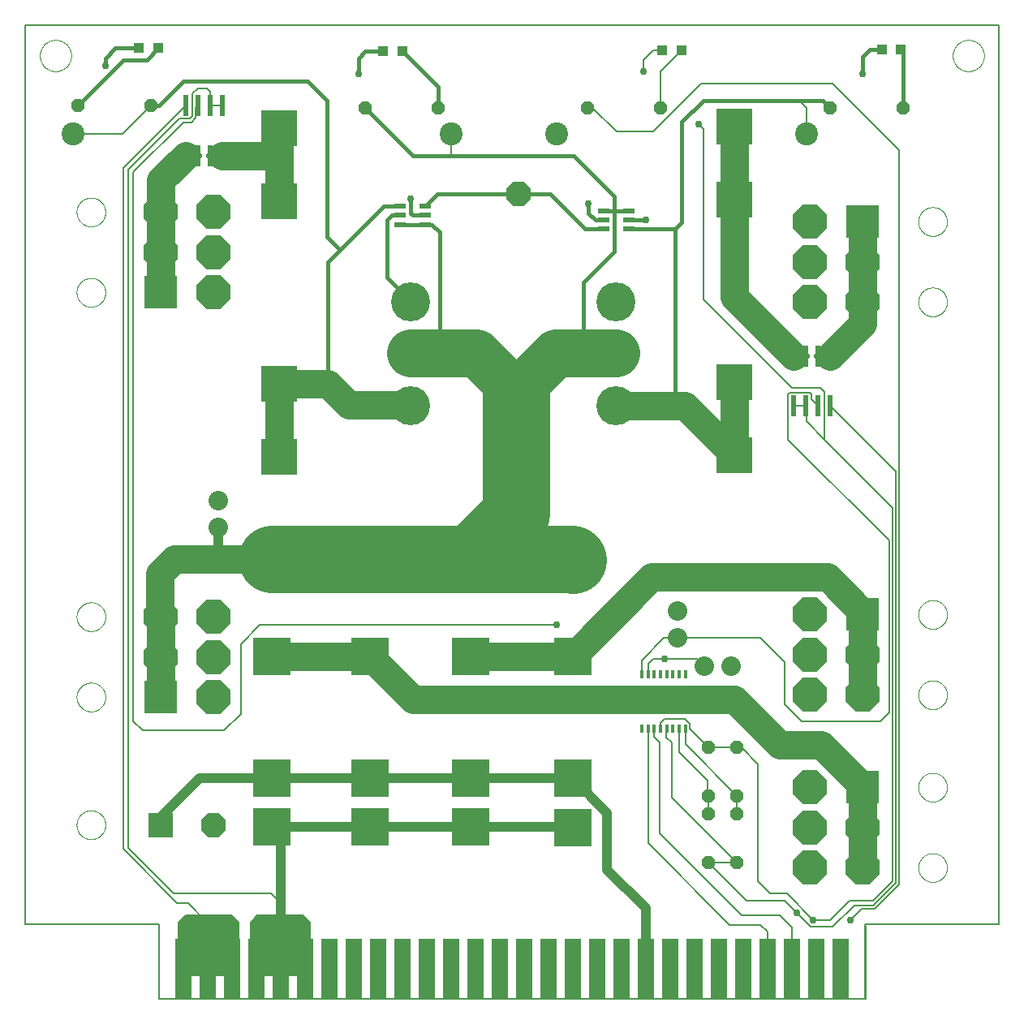
<source format=gtl>
G75*
%MOIN*%
%OFA0B0*%
%FSLAX25Y25*%
%IPPOS*%
%LPD*%
%AMOC8*
5,1,8,0,0,1.08239X$1,22.5*
%
%ADD10C,0.00600*%
%ADD11C,0.00000*%
%ADD12OC8,0.13780*%
%ADD13R,0.13780X0.13780*%
%ADD14R,0.04724X0.02165*%
%ADD15OC8,0.05200*%
%ADD16C,0.08000*%
%ADD17C,0.16000*%
%ADD18R,0.15748X0.15748*%
%ADD19R,0.15000X0.15000*%
%ADD20R,0.01378X0.03543*%
%ADD21R,0.02400X0.08700*%
%ADD22R,0.04331X0.04331*%
%ADD23R,0.06500X0.25000*%
%ADD24C,0.00500*%
%ADD25OC8,0.10000*%
%ADD26C,0.09449*%
%ADD27R,0.10000X0.10000*%
%ADD28C,0.02978*%
%ADD29C,0.01600*%
%ADD30C,0.04000*%
%ADD31C,0.03200*%
%ADD32C,0.11811*%
%ADD33C,0.00787*%
%ADD34C,0.27559*%
%ADD35C,0.19685*%
%ADD36C,0.00800*%
D10*
X0001350Y0035709D02*
X0056468Y0035709D01*
X0056468Y0005000D01*
X0346232Y0005000D01*
X0346232Y0035709D01*
X0401350Y0035709D01*
X0401350Y0405000D01*
X0001350Y0405000D01*
X0001350Y0035709D01*
X0041704Y0066516D02*
X0063850Y0044370D01*
X0068279Y0044370D01*
X0076153Y0036496D01*
X0076411Y0036238D01*
X0076411Y0017500D01*
X0065326Y0014843D02*
X0064342Y0015827D01*
X0064342Y0036496D01*
X0067295Y0039449D01*
X0085996Y0039449D01*
X0088948Y0036496D01*
X0088948Y0015827D01*
X0087964Y0014843D01*
X0065326Y0014843D01*
X0064994Y0015175D02*
X0088296Y0015175D01*
X0088895Y0015773D02*
X0064396Y0015773D01*
X0064342Y0016372D02*
X0088948Y0016372D01*
X0088948Y0016970D02*
X0064342Y0016970D01*
X0064342Y0017569D02*
X0088948Y0017569D01*
X0088948Y0018167D02*
X0064342Y0018167D01*
X0064342Y0018766D02*
X0088948Y0018766D01*
X0088948Y0019364D02*
X0064342Y0019364D01*
X0064342Y0019963D02*
X0088948Y0019963D01*
X0088948Y0020561D02*
X0064342Y0020561D01*
X0064342Y0021160D02*
X0088948Y0021160D01*
X0088948Y0021758D02*
X0064342Y0021758D01*
X0064342Y0022357D02*
X0088948Y0022357D01*
X0088948Y0022955D02*
X0064342Y0022955D01*
X0064342Y0023554D02*
X0088948Y0023554D01*
X0088948Y0024152D02*
X0064342Y0024152D01*
X0064342Y0024751D02*
X0088948Y0024751D01*
X0088948Y0025349D02*
X0064342Y0025349D01*
X0064342Y0025948D02*
X0088948Y0025948D01*
X0088948Y0026546D02*
X0064342Y0026546D01*
X0064342Y0027145D02*
X0088948Y0027145D01*
X0088948Y0027743D02*
X0064342Y0027743D01*
X0064342Y0028342D02*
X0088948Y0028342D01*
X0088948Y0028940D02*
X0064342Y0028940D01*
X0064342Y0029539D02*
X0088948Y0029539D01*
X0088948Y0030137D02*
X0064342Y0030137D01*
X0064342Y0030736D02*
X0088948Y0030736D01*
X0088948Y0031334D02*
X0064342Y0031334D01*
X0064342Y0031933D02*
X0088948Y0031933D01*
X0088948Y0032532D02*
X0064342Y0032532D01*
X0064342Y0033130D02*
X0088948Y0033130D01*
X0088948Y0033729D02*
X0064342Y0033729D01*
X0064342Y0034327D02*
X0088948Y0034327D01*
X0088948Y0034926D02*
X0064342Y0034926D01*
X0064342Y0035524D02*
X0088948Y0035524D01*
X0088948Y0036123D02*
X0064342Y0036123D01*
X0064567Y0036721D02*
X0088723Y0036721D01*
X0088125Y0037320D02*
X0065166Y0037320D01*
X0065764Y0037918D02*
X0087526Y0037918D01*
X0086928Y0038517D02*
X0066363Y0038517D01*
X0066961Y0039115D02*
X0086329Y0039115D01*
X0093870Y0036496D02*
X0096822Y0039449D01*
X0115523Y0039449D01*
X0118476Y0036496D01*
X0118476Y0015827D01*
X0117492Y0014843D01*
X0094854Y0014843D01*
X0093870Y0015827D01*
X0093870Y0036496D01*
X0094095Y0036721D02*
X0118251Y0036721D01*
X0118476Y0036123D02*
X0093870Y0036123D01*
X0093870Y0035524D02*
X0118476Y0035524D01*
X0118476Y0034926D02*
X0093870Y0034926D01*
X0093870Y0034327D02*
X0118476Y0034327D01*
X0118476Y0033729D02*
X0093870Y0033729D01*
X0093870Y0033130D02*
X0118476Y0033130D01*
X0118476Y0032532D02*
X0093870Y0032532D01*
X0093870Y0031933D02*
X0118476Y0031933D01*
X0118476Y0031334D02*
X0093870Y0031334D01*
X0093870Y0030736D02*
X0118476Y0030736D01*
X0118476Y0030137D02*
X0093870Y0030137D01*
X0093870Y0029539D02*
X0118476Y0029539D01*
X0118476Y0028940D02*
X0093870Y0028940D01*
X0093870Y0028342D02*
X0118476Y0028342D01*
X0118476Y0027743D02*
X0093870Y0027743D01*
X0093870Y0027145D02*
X0118476Y0027145D01*
X0118476Y0026546D02*
X0093870Y0026546D01*
X0093870Y0025948D02*
X0118476Y0025948D01*
X0118476Y0025349D02*
X0093870Y0025349D01*
X0093870Y0024751D02*
X0118476Y0024751D01*
X0118476Y0024152D02*
X0093870Y0024152D01*
X0093870Y0023554D02*
X0118476Y0023554D01*
X0118476Y0022955D02*
X0093870Y0022955D01*
X0093870Y0022357D02*
X0118476Y0022357D01*
X0118476Y0021758D02*
X0093870Y0021758D01*
X0093870Y0021160D02*
X0118476Y0021160D01*
X0118476Y0020561D02*
X0093870Y0020561D01*
X0093870Y0019963D02*
X0118476Y0019963D01*
X0118476Y0019364D02*
X0093870Y0019364D01*
X0093870Y0018766D02*
X0118476Y0018766D01*
X0118476Y0018167D02*
X0093870Y0018167D01*
X0093870Y0017569D02*
X0118476Y0017569D01*
X0118476Y0016970D02*
X0093870Y0016970D01*
X0093870Y0016372D02*
X0118476Y0016372D01*
X0118422Y0015773D02*
X0093923Y0015773D01*
X0094522Y0015175D02*
X0117824Y0015175D01*
X0106411Y0017500D02*
X0106411Y0036496D01*
X0106411Y0044370D02*
X0102474Y0048307D01*
X0062374Y0048307D01*
X0043673Y0067008D01*
X0043673Y0345551D01*
X0064707Y0366585D01*
X0069032Y0366585D01*
X0070067Y0367619D01*
X0070067Y0376851D01*
X0072232Y0379016D01*
X0076153Y0379016D01*
X0077374Y0377795D01*
X0077374Y0372042D01*
X0082374Y0372042D01*
X0072374Y0372042D02*
X0071474Y0371142D01*
X0071474Y0367037D01*
X0069615Y0365178D01*
X0066252Y0365178D01*
X0045641Y0344567D01*
X0045641Y0119173D01*
X0049578Y0115236D01*
X0083043Y0115236D01*
X0089933Y0122126D01*
X0089933Y0150669D01*
X0097807Y0158543D01*
X0219854Y0158543D01*
X0254647Y0144124D02*
X0254647Y0138514D01*
X0257206Y0138514D02*
X0257256Y0138563D01*
X0257256Y0142795D01*
X0259224Y0144764D01*
X0264145Y0144764D01*
X0277346Y0144764D01*
X0280299Y0141811D01*
X0269515Y0153217D02*
X0303515Y0153217D01*
X0313358Y0143374D01*
X0313358Y0126063D01*
X0320248Y0119173D01*
X0352728Y0119173D01*
X0356242Y0122687D01*
X0356242Y0193415D01*
X0314820Y0234837D01*
X0314820Y0253347D01*
X0315469Y0253996D01*
X0323786Y0253996D01*
X0324435Y0253347D01*
X0324435Y0251231D01*
X0327128Y0248539D01*
X0322216Y0248450D02*
X0322128Y0248539D01*
X0317128Y0248539D01*
X0322216Y0248450D02*
X0322216Y0242205D01*
X0329820Y0234600D01*
X0329820Y0254285D01*
X0328122Y0255984D01*
X0316311Y0255984D01*
X0279893Y0292402D01*
X0279893Y0362283D01*
X0277925Y0364252D01*
X0278909Y0380984D02*
X0259224Y0361299D01*
X0244224Y0361299D01*
X0234381Y0371142D01*
X0232413Y0371142D01*
X0255287Y0385906D02*
X0255287Y0390827D01*
X0259224Y0394764D01*
X0263161Y0394764D01*
X0271035Y0394764D02*
X0262413Y0386142D01*
X0262413Y0371142D01*
X0278909Y0380984D02*
X0333043Y0380984D01*
X0360463Y0353564D01*
X0360463Y0052063D01*
X0350379Y0041979D01*
X0344941Y0041979D01*
X0340443Y0037480D01*
X0341498Y0037480D01*
X0341901Y0043386D02*
X0333043Y0034528D01*
X0324185Y0034528D01*
X0318279Y0040433D01*
X0313358Y0045354D01*
X0297551Y0045354D01*
X0281960Y0060945D01*
X0293820Y0060945D01*
X0267098Y0087667D01*
X0267098Y0110252D01*
X0264850Y0112500D01*
X0264850Y0115843D01*
X0264883Y0115876D01*
X0262324Y0115876D02*
X0262324Y0118214D01*
X0264145Y0120035D01*
X0272428Y0120035D01*
X0274357Y0118106D01*
X0274357Y0115960D01*
X0281960Y0108307D01*
X0282059Y0108258D01*
X0293820Y0108258D01*
X0295730Y0108258D01*
X0302531Y0101457D01*
X0302531Y0053228D01*
X0307452Y0048307D01*
X0314342Y0048307D01*
X0325169Y0037480D01*
X0332059Y0037480D01*
X0339933Y0045354D01*
X0349775Y0045354D01*
X0357649Y0053228D01*
X0357649Y0206772D01*
X0329820Y0234600D01*
X0332128Y0248539D02*
X0359056Y0221610D01*
X0359056Y0052645D01*
X0349797Y0043386D01*
X0341901Y0043386D01*
X0316411Y0034427D02*
X0316411Y0017500D01*
X0316311Y0017600D01*
X0306468Y0017557D02*
X0306411Y0017500D01*
X0306468Y0017557D01*
X0306468Y0032559D01*
X0303515Y0035512D01*
X0290720Y0035512D01*
X0257206Y0069026D01*
X0257206Y0115876D01*
X0259765Y0115876D02*
X0259765Y0112726D01*
X0262177Y0110315D01*
X0262177Y0072913D01*
X0295641Y0039449D01*
X0311389Y0039449D01*
X0316411Y0034427D01*
X0293820Y0080945D02*
X0293820Y0088258D01*
X0272561Y0109518D01*
X0272561Y0115876D01*
X0270002Y0115876D02*
X0270002Y0106427D01*
X0281862Y0094567D01*
X0281862Y0088455D01*
X0281960Y0088307D01*
X0281960Y0080945D01*
X0254647Y0144124D02*
X0263740Y0153217D01*
X0269515Y0153217D01*
X0272309Y0248785D02*
X0268328Y0252766D01*
X0234618Y0272254D02*
X0232649Y0270285D01*
X0219391Y0270285D02*
X0219391Y0279085D01*
X0173594Y0270285D02*
X0171886Y0271993D01*
X0176350Y0351457D02*
X0176405Y0351512D01*
X0176405Y0360315D01*
X0067374Y0372042D02*
X0041704Y0346373D01*
X0041704Y0066516D01*
X0094693Y0037320D02*
X0117652Y0037320D01*
X0117054Y0037918D02*
X0095292Y0037918D01*
X0095890Y0038517D02*
X0116455Y0038517D01*
X0115857Y0039115D02*
X0096489Y0039115D01*
X0105681Y0017500D02*
X0106411Y0017500D01*
D11*
X0022504Y0076500D02*
X0022506Y0076653D01*
X0022512Y0076807D01*
X0022522Y0076960D01*
X0022536Y0077112D01*
X0022554Y0077265D01*
X0022576Y0077416D01*
X0022601Y0077567D01*
X0022631Y0077718D01*
X0022665Y0077868D01*
X0022702Y0078016D01*
X0022743Y0078164D01*
X0022788Y0078310D01*
X0022837Y0078456D01*
X0022890Y0078600D01*
X0022946Y0078742D01*
X0023006Y0078883D01*
X0023070Y0079023D01*
X0023137Y0079161D01*
X0023208Y0079297D01*
X0023283Y0079431D01*
X0023360Y0079563D01*
X0023442Y0079693D01*
X0023526Y0079821D01*
X0023614Y0079947D01*
X0023705Y0080070D01*
X0023799Y0080191D01*
X0023897Y0080309D01*
X0023997Y0080425D01*
X0024101Y0080538D01*
X0024207Y0080649D01*
X0024316Y0080757D01*
X0024428Y0080862D01*
X0024542Y0080963D01*
X0024660Y0081062D01*
X0024779Y0081158D01*
X0024901Y0081251D01*
X0025026Y0081340D01*
X0025153Y0081427D01*
X0025282Y0081509D01*
X0025413Y0081589D01*
X0025546Y0081665D01*
X0025681Y0081738D01*
X0025818Y0081807D01*
X0025957Y0081872D01*
X0026097Y0081934D01*
X0026239Y0081992D01*
X0026382Y0082047D01*
X0026527Y0082098D01*
X0026673Y0082145D01*
X0026820Y0082188D01*
X0026968Y0082227D01*
X0027117Y0082263D01*
X0027267Y0082294D01*
X0027418Y0082322D01*
X0027569Y0082346D01*
X0027722Y0082366D01*
X0027874Y0082382D01*
X0028027Y0082394D01*
X0028180Y0082402D01*
X0028333Y0082406D01*
X0028487Y0082406D01*
X0028640Y0082402D01*
X0028793Y0082394D01*
X0028946Y0082382D01*
X0029098Y0082366D01*
X0029251Y0082346D01*
X0029402Y0082322D01*
X0029553Y0082294D01*
X0029703Y0082263D01*
X0029852Y0082227D01*
X0030000Y0082188D01*
X0030147Y0082145D01*
X0030293Y0082098D01*
X0030438Y0082047D01*
X0030581Y0081992D01*
X0030723Y0081934D01*
X0030863Y0081872D01*
X0031002Y0081807D01*
X0031139Y0081738D01*
X0031274Y0081665D01*
X0031407Y0081589D01*
X0031538Y0081509D01*
X0031667Y0081427D01*
X0031794Y0081340D01*
X0031919Y0081251D01*
X0032041Y0081158D01*
X0032160Y0081062D01*
X0032278Y0080963D01*
X0032392Y0080862D01*
X0032504Y0080757D01*
X0032613Y0080649D01*
X0032719Y0080538D01*
X0032823Y0080425D01*
X0032923Y0080309D01*
X0033021Y0080191D01*
X0033115Y0080070D01*
X0033206Y0079947D01*
X0033294Y0079821D01*
X0033378Y0079693D01*
X0033460Y0079563D01*
X0033537Y0079431D01*
X0033612Y0079297D01*
X0033683Y0079161D01*
X0033750Y0079023D01*
X0033814Y0078883D01*
X0033874Y0078742D01*
X0033930Y0078600D01*
X0033983Y0078456D01*
X0034032Y0078310D01*
X0034077Y0078164D01*
X0034118Y0078016D01*
X0034155Y0077868D01*
X0034189Y0077718D01*
X0034219Y0077567D01*
X0034244Y0077416D01*
X0034266Y0077265D01*
X0034284Y0077112D01*
X0034298Y0076960D01*
X0034308Y0076807D01*
X0034314Y0076653D01*
X0034316Y0076500D01*
X0034314Y0076347D01*
X0034308Y0076193D01*
X0034298Y0076040D01*
X0034284Y0075888D01*
X0034266Y0075735D01*
X0034244Y0075584D01*
X0034219Y0075433D01*
X0034189Y0075282D01*
X0034155Y0075132D01*
X0034118Y0074984D01*
X0034077Y0074836D01*
X0034032Y0074690D01*
X0033983Y0074544D01*
X0033930Y0074400D01*
X0033874Y0074258D01*
X0033814Y0074117D01*
X0033750Y0073977D01*
X0033683Y0073839D01*
X0033612Y0073703D01*
X0033537Y0073569D01*
X0033460Y0073437D01*
X0033378Y0073307D01*
X0033294Y0073179D01*
X0033206Y0073053D01*
X0033115Y0072930D01*
X0033021Y0072809D01*
X0032923Y0072691D01*
X0032823Y0072575D01*
X0032719Y0072462D01*
X0032613Y0072351D01*
X0032504Y0072243D01*
X0032392Y0072138D01*
X0032278Y0072037D01*
X0032160Y0071938D01*
X0032041Y0071842D01*
X0031919Y0071749D01*
X0031794Y0071660D01*
X0031667Y0071573D01*
X0031538Y0071491D01*
X0031407Y0071411D01*
X0031274Y0071335D01*
X0031139Y0071262D01*
X0031002Y0071193D01*
X0030863Y0071128D01*
X0030723Y0071066D01*
X0030581Y0071008D01*
X0030438Y0070953D01*
X0030293Y0070902D01*
X0030147Y0070855D01*
X0030000Y0070812D01*
X0029852Y0070773D01*
X0029703Y0070737D01*
X0029553Y0070706D01*
X0029402Y0070678D01*
X0029251Y0070654D01*
X0029098Y0070634D01*
X0028946Y0070618D01*
X0028793Y0070606D01*
X0028640Y0070598D01*
X0028487Y0070594D01*
X0028333Y0070594D01*
X0028180Y0070598D01*
X0028027Y0070606D01*
X0027874Y0070618D01*
X0027722Y0070634D01*
X0027569Y0070654D01*
X0027418Y0070678D01*
X0027267Y0070706D01*
X0027117Y0070737D01*
X0026968Y0070773D01*
X0026820Y0070812D01*
X0026673Y0070855D01*
X0026527Y0070902D01*
X0026382Y0070953D01*
X0026239Y0071008D01*
X0026097Y0071066D01*
X0025957Y0071128D01*
X0025818Y0071193D01*
X0025681Y0071262D01*
X0025546Y0071335D01*
X0025413Y0071411D01*
X0025282Y0071491D01*
X0025153Y0071573D01*
X0025026Y0071660D01*
X0024901Y0071749D01*
X0024779Y0071842D01*
X0024660Y0071938D01*
X0024542Y0072037D01*
X0024428Y0072138D01*
X0024316Y0072243D01*
X0024207Y0072351D01*
X0024101Y0072462D01*
X0023997Y0072575D01*
X0023897Y0072691D01*
X0023799Y0072809D01*
X0023705Y0072930D01*
X0023614Y0073053D01*
X0023526Y0073179D01*
X0023442Y0073307D01*
X0023360Y0073437D01*
X0023283Y0073569D01*
X0023208Y0073703D01*
X0023137Y0073839D01*
X0023070Y0073977D01*
X0023006Y0074117D01*
X0022946Y0074258D01*
X0022890Y0074400D01*
X0022837Y0074544D01*
X0022788Y0074690D01*
X0022743Y0074836D01*
X0022702Y0074984D01*
X0022665Y0075132D01*
X0022631Y0075282D01*
X0022601Y0075433D01*
X0022576Y0075584D01*
X0022554Y0075735D01*
X0022536Y0075888D01*
X0022522Y0076040D01*
X0022512Y0076193D01*
X0022506Y0076347D01*
X0022504Y0076500D01*
X0022504Y0129002D02*
X0022506Y0129155D01*
X0022512Y0129309D01*
X0022522Y0129462D01*
X0022536Y0129614D01*
X0022554Y0129767D01*
X0022576Y0129918D01*
X0022601Y0130069D01*
X0022631Y0130220D01*
X0022665Y0130370D01*
X0022702Y0130518D01*
X0022743Y0130666D01*
X0022788Y0130812D01*
X0022837Y0130958D01*
X0022890Y0131102D01*
X0022946Y0131244D01*
X0023006Y0131385D01*
X0023070Y0131525D01*
X0023137Y0131663D01*
X0023208Y0131799D01*
X0023283Y0131933D01*
X0023360Y0132065D01*
X0023442Y0132195D01*
X0023526Y0132323D01*
X0023614Y0132449D01*
X0023705Y0132572D01*
X0023799Y0132693D01*
X0023897Y0132811D01*
X0023997Y0132927D01*
X0024101Y0133040D01*
X0024207Y0133151D01*
X0024316Y0133259D01*
X0024428Y0133364D01*
X0024542Y0133465D01*
X0024660Y0133564D01*
X0024779Y0133660D01*
X0024901Y0133753D01*
X0025026Y0133842D01*
X0025153Y0133929D01*
X0025282Y0134011D01*
X0025413Y0134091D01*
X0025546Y0134167D01*
X0025681Y0134240D01*
X0025818Y0134309D01*
X0025957Y0134374D01*
X0026097Y0134436D01*
X0026239Y0134494D01*
X0026382Y0134549D01*
X0026527Y0134600D01*
X0026673Y0134647D01*
X0026820Y0134690D01*
X0026968Y0134729D01*
X0027117Y0134765D01*
X0027267Y0134796D01*
X0027418Y0134824D01*
X0027569Y0134848D01*
X0027722Y0134868D01*
X0027874Y0134884D01*
X0028027Y0134896D01*
X0028180Y0134904D01*
X0028333Y0134908D01*
X0028487Y0134908D01*
X0028640Y0134904D01*
X0028793Y0134896D01*
X0028946Y0134884D01*
X0029098Y0134868D01*
X0029251Y0134848D01*
X0029402Y0134824D01*
X0029553Y0134796D01*
X0029703Y0134765D01*
X0029852Y0134729D01*
X0030000Y0134690D01*
X0030147Y0134647D01*
X0030293Y0134600D01*
X0030438Y0134549D01*
X0030581Y0134494D01*
X0030723Y0134436D01*
X0030863Y0134374D01*
X0031002Y0134309D01*
X0031139Y0134240D01*
X0031274Y0134167D01*
X0031407Y0134091D01*
X0031538Y0134011D01*
X0031667Y0133929D01*
X0031794Y0133842D01*
X0031919Y0133753D01*
X0032041Y0133660D01*
X0032160Y0133564D01*
X0032278Y0133465D01*
X0032392Y0133364D01*
X0032504Y0133259D01*
X0032613Y0133151D01*
X0032719Y0133040D01*
X0032823Y0132927D01*
X0032923Y0132811D01*
X0033021Y0132693D01*
X0033115Y0132572D01*
X0033206Y0132449D01*
X0033294Y0132323D01*
X0033378Y0132195D01*
X0033460Y0132065D01*
X0033537Y0131933D01*
X0033612Y0131799D01*
X0033683Y0131663D01*
X0033750Y0131525D01*
X0033814Y0131385D01*
X0033874Y0131244D01*
X0033930Y0131102D01*
X0033983Y0130958D01*
X0034032Y0130812D01*
X0034077Y0130666D01*
X0034118Y0130518D01*
X0034155Y0130370D01*
X0034189Y0130220D01*
X0034219Y0130069D01*
X0034244Y0129918D01*
X0034266Y0129767D01*
X0034284Y0129614D01*
X0034298Y0129462D01*
X0034308Y0129309D01*
X0034314Y0129155D01*
X0034316Y0129002D01*
X0034314Y0128849D01*
X0034308Y0128695D01*
X0034298Y0128542D01*
X0034284Y0128390D01*
X0034266Y0128237D01*
X0034244Y0128086D01*
X0034219Y0127935D01*
X0034189Y0127784D01*
X0034155Y0127634D01*
X0034118Y0127486D01*
X0034077Y0127338D01*
X0034032Y0127192D01*
X0033983Y0127046D01*
X0033930Y0126902D01*
X0033874Y0126760D01*
X0033814Y0126619D01*
X0033750Y0126479D01*
X0033683Y0126341D01*
X0033612Y0126205D01*
X0033537Y0126071D01*
X0033460Y0125939D01*
X0033378Y0125809D01*
X0033294Y0125681D01*
X0033206Y0125555D01*
X0033115Y0125432D01*
X0033021Y0125311D01*
X0032923Y0125193D01*
X0032823Y0125077D01*
X0032719Y0124964D01*
X0032613Y0124853D01*
X0032504Y0124745D01*
X0032392Y0124640D01*
X0032278Y0124539D01*
X0032160Y0124440D01*
X0032041Y0124344D01*
X0031919Y0124251D01*
X0031794Y0124162D01*
X0031667Y0124075D01*
X0031538Y0123993D01*
X0031407Y0123913D01*
X0031274Y0123837D01*
X0031139Y0123764D01*
X0031002Y0123695D01*
X0030863Y0123630D01*
X0030723Y0123568D01*
X0030581Y0123510D01*
X0030438Y0123455D01*
X0030293Y0123404D01*
X0030147Y0123357D01*
X0030000Y0123314D01*
X0029852Y0123275D01*
X0029703Y0123239D01*
X0029553Y0123208D01*
X0029402Y0123180D01*
X0029251Y0123156D01*
X0029098Y0123136D01*
X0028946Y0123120D01*
X0028793Y0123108D01*
X0028640Y0123100D01*
X0028487Y0123096D01*
X0028333Y0123096D01*
X0028180Y0123100D01*
X0028027Y0123108D01*
X0027874Y0123120D01*
X0027722Y0123136D01*
X0027569Y0123156D01*
X0027418Y0123180D01*
X0027267Y0123208D01*
X0027117Y0123239D01*
X0026968Y0123275D01*
X0026820Y0123314D01*
X0026673Y0123357D01*
X0026527Y0123404D01*
X0026382Y0123455D01*
X0026239Y0123510D01*
X0026097Y0123568D01*
X0025957Y0123630D01*
X0025818Y0123695D01*
X0025681Y0123764D01*
X0025546Y0123837D01*
X0025413Y0123913D01*
X0025282Y0123993D01*
X0025153Y0124075D01*
X0025026Y0124162D01*
X0024901Y0124251D01*
X0024779Y0124344D01*
X0024660Y0124440D01*
X0024542Y0124539D01*
X0024428Y0124640D01*
X0024316Y0124745D01*
X0024207Y0124853D01*
X0024101Y0124964D01*
X0023997Y0125077D01*
X0023897Y0125193D01*
X0023799Y0125311D01*
X0023705Y0125432D01*
X0023614Y0125555D01*
X0023526Y0125681D01*
X0023442Y0125809D01*
X0023360Y0125939D01*
X0023283Y0126071D01*
X0023208Y0126205D01*
X0023137Y0126341D01*
X0023070Y0126479D01*
X0023006Y0126619D01*
X0022946Y0126760D01*
X0022890Y0126902D01*
X0022837Y0127046D01*
X0022788Y0127192D01*
X0022743Y0127338D01*
X0022702Y0127486D01*
X0022665Y0127634D01*
X0022631Y0127784D01*
X0022601Y0127935D01*
X0022576Y0128086D01*
X0022554Y0128237D01*
X0022536Y0128390D01*
X0022522Y0128542D01*
X0022512Y0128695D01*
X0022506Y0128849D01*
X0022504Y0129002D01*
X0022504Y0162002D02*
X0022506Y0162155D01*
X0022512Y0162309D01*
X0022522Y0162462D01*
X0022536Y0162614D01*
X0022554Y0162767D01*
X0022576Y0162918D01*
X0022601Y0163069D01*
X0022631Y0163220D01*
X0022665Y0163370D01*
X0022702Y0163518D01*
X0022743Y0163666D01*
X0022788Y0163812D01*
X0022837Y0163958D01*
X0022890Y0164102D01*
X0022946Y0164244D01*
X0023006Y0164385D01*
X0023070Y0164525D01*
X0023137Y0164663D01*
X0023208Y0164799D01*
X0023283Y0164933D01*
X0023360Y0165065D01*
X0023442Y0165195D01*
X0023526Y0165323D01*
X0023614Y0165449D01*
X0023705Y0165572D01*
X0023799Y0165693D01*
X0023897Y0165811D01*
X0023997Y0165927D01*
X0024101Y0166040D01*
X0024207Y0166151D01*
X0024316Y0166259D01*
X0024428Y0166364D01*
X0024542Y0166465D01*
X0024660Y0166564D01*
X0024779Y0166660D01*
X0024901Y0166753D01*
X0025026Y0166842D01*
X0025153Y0166929D01*
X0025282Y0167011D01*
X0025413Y0167091D01*
X0025546Y0167167D01*
X0025681Y0167240D01*
X0025818Y0167309D01*
X0025957Y0167374D01*
X0026097Y0167436D01*
X0026239Y0167494D01*
X0026382Y0167549D01*
X0026527Y0167600D01*
X0026673Y0167647D01*
X0026820Y0167690D01*
X0026968Y0167729D01*
X0027117Y0167765D01*
X0027267Y0167796D01*
X0027418Y0167824D01*
X0027569Y0167848D01*
X0027722Y0167868D01*
X0027874Y0167884D01*
X0028027Y0167896D01*
X0028180Y0167904D01*
X0028333Y0167908D01*
X0028487Y0167908D01*
X0028640Y0167904D01*
X0028793Y0167896D01*
X0028946Y0167884D01*
X0029098Y0167868D01*
X0029251Y0167848D01*
X0029402Y0167824D01*
X0029553Y0167796D01*
X0029703Y0167765D01*
X0029852Y0167729D01*
X0030000Y0167690D01*
X0030147Y0167647D01*
X0030293Y0167600D01*
X0030438Y0167549D01*
X0030581Y0167494D01*
X0030723Y0167436D01*
X0030863Y0167374D01*
X0031002Y0167309D01*
X0031139Y0167240D01*
X0031274Y0167167D01*
X0031407Y0167091D01*
X0031538Y0167011D01*
X0031667Y0166929D01*
X0031794Y0166842D01*
X0031919Y0166753D01*
X0032041Y0166660D01*
X0032160Y0166564D01*
X0032278Y0166465D01*
X0032392Y0166364D01*
X0032504Y0166259D01*
X0032613Y0166151D01*
X0032719Y0166040D01*
X0032823Y0165927D01*
X0032923Y0165811D01*
X0033021Y0165693D01*
X0033115Y0165572D01*
X0033206Y0165449D01*
X0033294Y0165323D01*
X0033378Y0165195D01*
X0033460Y0165065D01*
X0033537Y0164933D01*
X0033612Y0164799D01*
X0033683Y0164663D01*
X0033750Y0164525D01*
X0033814Y0164385D01*
X0033874Y0164244D01*
X0033930Y0164102D01*
X0033983Y0163958D01*
X0034032Y0163812D01*
X0034077Y0163666D01*
X0034118Y0163518D01*
X0034155Y0163370D01*
X0034189Y0163220D01*
X0034219Y0163069D01*
X0034244Y0162918D01*
X0034266Y0162767D01*
X0034284Y0162614D01*
X0034298Y0162462D01*
X0034308Y0162309D01*
X0034314Y0162155D01*
X0034316Y0162002D01*
X0034314Y0161849D01*
X0034308Y0161695D01*
X0034298Y0161542D01*
X0034284Y0161390D01*
X0034266Y0161237D01*
X0034244Y0161086D01*
X0034219Y0160935D01*
X0034189Y0160784D01*
X0034155Y0160634D01*
X0034118Y0160486D01*
X0034077Y0160338D01*
X0034032Y0160192D01*
X0033983Y0160046D01*
X0033930Y0159902D01*
X0033874Y0159760D01*
X0033814Y0159619D01*
X0033750Y0159479D01*
X0033683Y0159341D01*
X0033612Y0159205D01*
X0033537Y0159071D01*
X0033460Y0158939D01*
X0033378Y0158809D01*
X0033294Y0158681D01*
X0033206Y0158555D01*
X0033115Y0158432D01*
X0033021Y0158311D01*
X0032923Y0158193D01*
X0032823Y0158077D01*
X0032719Y0157964D01*
X0032613Y0157853D01*
X0032504Y0157745D01*
X0032392Y0157640D01*
X0032278Y0157539D01*
X0032160Y0157440D01*
X0032041Y0157344D01*
X0031919Y0157251D01*
X0031794Y0157162D01*
X0031667Y0157075D01*
X0031538Y0156993D01*
X0031407Y0156913D01*
X0031274Y0156837D01*
X0031139Y0156764D01*
X0031002Y0156695D01*
X0030863Y0156630D01*
X0030723Y0156568D01*
X0030581Y0156510D01*
X0030438Y0156455D01*
X0030293Y0156404D01*
X0030147Y0156357D01*
X0030000Y0156314D01*
X0029852Y0156275D01*
X0029703Y0156239D01*
X0029553Y0156208D01*
X0029402Y0156180D01*
X0029251Y0156156D01*
X0029098Y0156136D01*
X0028946Y0156120D01*
X0028793Y0156108D01*
X0028640Y0156100D01*
X0028487Y0156096D01*
X0028333Y0156096D01*
X0028180Y0156100D01*
X0028027Y0156108D01*
X0027874Y0156120D01*
X0027722Y0156136D01*
X0027569Y0156156D01*
X0027418Y0156180D01*
X0027267Y0156208D01*
X0027117Y0156239D01*
X0026968Y0156275D01*
X0026820Y0156314D01*
X0026673Y0156357D01*
X0026527Y0156404D01*
X0026382Y0156455D01*
X0026239Y0156510D01*
X0026097Y0156568D01*
X0025957Y0156630D01*
X0025818Y0156695D01*
X0025681Y0156764D01*
X0025546Y0156837D01*
X0025413Y0156913D01*
X0025282Y0156993D01*
X0025153Y0157075D01*
X0025026Y0157162D01*
X0024901Y0157251D01*
X0024779Y0157344D01*
X0024660Y0157440D01*
X0024542Y0157539D01*
X0024428Y0157640D01*
X0024316Y0157745D01*
X0024207Y0157853D01*
X0024101Y0157964D01*
X0023997Y0158077D01*
X0023897Y0158193D01*
X0023799Y0158311D01*
X0023705Y0158432D01*
X0023614Y0158555D01*
X0023526Y0158681D01*
X0023442Y0158809D01*
X0023360Y0158939D01*
X0023283Y0159071D01*
X0023208Y0159205D01*
X0023137Y0159341D01*
X0023070Y0159479D01*
X0023006Y0159619D01*
X0022946Y0159760D01*
X0022890Y0159902D01*
X0022837Y0160046D01*
X0022788Y0160192D01*
X0022743Y0160338D01*
X0022702Y0160486D01*
X0022665Y0160634D01*
X0022631Y0160784D01*
X0022601Y0160935D01*
X0022576Y0161086D01*
X0022554Y0161237D01*
X0022536Y0161390D01*
X0022522Y0161542D01*
X0022512Y0161695D01*
X0022506Y0161849D01*
X0022504Y0162002D01*
X0022511Y0295242D02*
X0022513Y0295395D01*
X0022519Y0295549D01*
X0022529Y0295702D01*
X0022543Y0295854D01*
X0022561Y0296007D01*
X0022583Y0296158D01*
X0022608Y0296309D01*
X0022638Y0296460D01*
X0022672Y0296610D01*
X0022709Y0296758D01*
X0022750Y0296906D01*
X0022795Y0297052D01*
X0022844Y0297198D01*
X0022897Y0297342D01*
X0022953Y0297484D01*
X0023013Y0297625D01*
X0023077Y0297765D01*
X0023144Y0297903D01*
X0023215Y0298039D01*
X0023290Y0298173D01*
X0023367Y0298305D01*
X0023449Y0298435D01*
X0023533Y0298563D01*
X0023621Y0298689D01*
X0023712Y0298812D01*
X0023806Y0298933D01*
X0023904Y0299051D01*
X0024004Y0299167D01*
X0024108Y0299280D01*
X0024214Y0299391D01*
X0024323Y0299499D01*
X0024435Y0299604D01*
X0024549Y0299705D01*
X0024667Y0299804D01*
X0024786Y0299900D01*
X0024908Y0299993D01*
X0025033Y0300082D01*
X0025160Y0300169D01*
X0025289Y0300251D01*
X0025420Y0300331D01*
X0025553Y0300407D01*
X0025688Y0300480D01*
X0025825Y0300549D01*
X0025964Y0300614D01*
X0026104Y0300676D01*
X0026246Y0300734D01*
X0026389Y0300789D01*
X0026534Y0300840D01*
X0026680Y0300887D01*
X0026827Y0300930D01*
X0026975Y0300969D01*
X0027124Y0301005D01*
X0027274Y0301036D01*
X0027425Y0301064D01*
X0027576Y0301088D01*
X0027729Y0301108D01*
X0027881Y0301124D01*
X0028034Y0301136D01*
X0028187Y0301144D01*
X0028340Y0301148D01*
X0028494Y0301148D01*
X0028647Y0301144D01*
X0028800Y0301136D01*
X0028953Y0301124D01*
X0029105Y0301108D01*
X0029258Y0301088D01*
X0029409Y0301064D01*
X0029560Y0301036D01*
X0029710Y0301005D01*
X0029859Y0300969D01*
X0030007Y0300930D01*
X0030154Y0300887D01*
X0030300Y0300840D01*
X0030445Y0300789D01*
X0030588Y0300734D01*
X0030730Y0300676D01*
X0030870Y0300614D01*
X0031009Y0300549D01*
X0031146Y0300480D01*
X0031281Y0300407D01*
X0031414Y0300331D01*
X0031545Y0300251D01*
X0031674Y0300169D01*
X0031801Y0300082D01*
X0031926Y0299993D01*
X0032048Y0299900D01*
X0032167Y0299804D01*
X0032285Y0299705D01*
X0032399Y0299604D01*
X0032511Y0299499D01*
X0032620Y0299391D01*
X0032726Y0299280D01*
X0032830Y0299167D01*
X0032930Y0299051D01*
X0033028Y0298933D01*
X0033122Y0298812D01*
X0033213Y0298689D01*
X0033301Y0298563D01*
X0033385Y0298435D01*
X0033467Y0298305D01*
X0033544Y0298173D01*
X0033619Y0298039D01*
X0033690Y0297903D01*
X0033757Y0297765D01*
X0033821Y0297625D01*
X0033881Y0297484D01*
X0033937Y0297342D01*
X0033990Y0297198D01*
X0034039Y0297052D01*
X0034084Y0296906D01*
X0034125Y0296758D01*
X0034162Y0296610D01*
X0034196Y0296460D01*
X0034226Y0296309D01*
X0034251Y0296158D01*
X0034273Y0296007D01*
X0034291Y0295854D01*
X0034305Y0295702D01*
X0034315Y0295549D01*
X0034321Y0295395D01*
X0034323Y0295242D01*
X0034321Y0295089D01*
X0034315Y0294935D01*
X0034305Y0294782D01*
X0034291Y0294630D01*
X0034273Y0294477D01*
X0034251Y0294326D01*
X0034226Y0294175D01*
X0034196Y0294024D01*
X0034162Y0293874D01*
X0034125Y0293726D01*
X0034084Y0293578D01*
X0034039Y0293432D01*
X0033990Y0293286D01*
X0033937Y0293142D01*
X0033881Y0293000D01*
X0033821Y0292859D01*
X0033757Y0292719D01*
X0033690Y0292581D01*
X0033619Y0292445D01*
X0033544Y0292311D01*
X0033467Y0292179D01*
X0033385Y0292049D01*
X0033301Y0291921D01*
X0033213Y0291795D01*
X0033122Y0291672D01*
X0033028Y0291551D01*
X0032930Y0291433D01*
X0032830Y0291317D01*
X0032726Y0291204D01*
X0032620Y0291093D01*
X0032511Y0290985D01*
X0032399Y0290880D01*
X0032285Y0290779D01*
X0032167Y0290680D01*
X0032048Y0290584D01*
X0031926Y0290491D01*
X0031801Y0290402D01*
X0031674Y0290315D01*
X0031545Y0290233D01*
X0031414Y0290153D01*
X0031281Y0290077D01*
X0031146Y0290004D01*
X0031009Y0289935D01*
X0030870Y0289870D01*
X0030730Y0289808D01*
X0030588Y0289750D01*
X0030445Y0289695D01*
X0030300Y0289644D01*
X0030154Y0289597D01*
X0030007Y0289554D01*
X0029859Y0289515D01*
X0029710Y0289479D01*
X0029560Y0289448D01*
X0029409Y0289420D01*
X0029258Y0289396D01*
X0029105Y0289376D01*
X0028953Y0289360D01*
X0028800Y0289348D01*
X0028647Y0289340D01*
X0028494Y0289336D01*
X0028340Y0289336D01*
X0028187Y0289340D01*
X0028034Y0289348D01*
X0027881Y0289360D01*
X0027729Y0289376D01*
X0027576Y0289396D01*
X0027425Y0289420D01*
X0027274Y0289448D01*
X0027124Y0289479D01*
X0026975Y0289515D01*
X0026827Y0289554D01*
X0026680Y0289597D01*
X0026534Y0289644D01*
X0026389Y0289695D01*
X0026246Y0289750D01*
X0026104Y0289808D01*
X0025964Y0289870D01*
X0025825Y0289935D01*
X0025688Y0290004D01*
X0025553Y0290077D01*
X0025420Y0290153D01*
X0025289Y0290233D01*
X0025160Y0290315D01*
X0025033Y0290402D01*
X0024908Y0290491D01*
X0024786Y0290584D01*
X0024667Y0290680D01*
X0024549Y0290779D01*
X0024435Y0290880D01*
X0024323Y0290985D01*
X0024214Y0291093D01*
X0024108Y0291204D01*
X0024004Y0291317D01*
X0023904Y0291433D01*
X0023806Y0291551D01*
X0023712Y0291672D01*
X0023621Y0291795D01*
X0023533Y0291921D01*
X0023449Y0292049D01*
X0023367Y0292179D01*
X0023290Y0292311D01*
X0023215Y0292445D01*
X0023144Y0292581D01*
X0023077Y0292719D01*
X0023013Y0292859D01*
X0022953Y0293000D01*
X0022897Y0293142D01*
X0022844Y0293286D01*
X0022795Y0293432D01*
X0022750Y0293578D01*
X0022709Y0293726D01*
X0022672Y0293874D01*
X0022638Y0294024D01*
X0022608Y0294175D01*
X0022583Y0294326D01*
X0022561Y0294477D01*
X0022543Y0294630D01*
X0022529Y0294782D01*
X0022519Y0294935D01*
X0022513Y0295089D01*
X0022511Y0295242D01*
X0022511Y0328242D02*
X0022513Y0328395D01*
X0022519Y0328549D01*
X0022529Y0328702D01*
X0022543Y0328854D01*
X0022561Y0329007D01*
X0022583Y0329158D01*
X0022608Y0329309D01*
X0022638Y0329460D01*
X0022672Y0329610D01*
X0022709Y0329758D01*
X0022750Y0329906D01*
X0022795Y0330052D01*
X0022844Y0330198D01*
X0022897Y0330342D01*
X0022953Y0330484D01*
X0023013Y0330625D01*
X0023077Y0330765D01*
X0023144Y0330903D01*
X0023215Y0331039D01*
X0023290Y0331173D01*
X0023367Y0331305D01*
X0023449Y0331435D01*
X0023533Y0331563D01*
X0023621Y0331689D01*
X0023712Y0331812D01*
X0023806Y0331933D01*
X0023904Y0332051D01*
X0024004Y0332167D01*
X0024108Y0332280D01*
X0024214Y0332391D01*
X0024323Y0332499D01*
X0024435Y0332604D01*
X0024549Y0332705D01*
X0024667Y0332804D01*
X0024786Y0332900D01*
X0024908Y0332993D01*
X0025033Y0333082D01*
X0025160Y0333169D01*
X0025289Y0333251D01*
X0025420Y0333331D01*
X0025553Y0333407D01*
X0025688Y0333480D01*
X0025825Y0333549D01*
X0025964Y0333614D01*
X0026104Y0333676D01*
X0026246Y0333734D01*
X0026389Y0333789D01*
X0026534Y0333840D01*
X0026680Y0333887D01*
X0026827Y0333930D01*
X0026975Y0333969D01*
X0027124Y0334005D01*
X0027274Y0334036D01*
X0027425Y0334064D01*
X0027576Y0334088D01*
X0027729Y0334108D01*
X0027881Y0334124D01*
X0028034Y0334136D01*
X0028187Y0334144D01*
X0028340Y0334148D01*
X0028494Y0334148D01*
X0028647Y0334144D01*
X0028800Y0334136D01*
X0028953Y0334124D01*
X0029105Y0334108D01*
X0029258Y0334088D01*
X0029409Y0334064D01*
X0029560Y0334036D01*
X0029710Y0334005D01*
X0029859Y0333969D01*
X0030007Y0333930D01*
X0030154Y0333887D01*
X0030300Y0333840D01*
X0030445Y0333789D01*
X0030588Y0333734D01*
X0030730Y0333676D01*
X0030870Y0333614D01*
X0031009Y0333549D01*
X0031146Y0333480D01*
X0031281Y0333407D01*
X0031414Y0333331D01*
X0031545Y0333251D01*
X0031674Y0333169D01*
X0031801Y0333082D01*
X0031926Y0332993D01*
X0032048Y0332900D01*
X0032167Y0332804D01*
X0032285Y0332705D01*
X0032399Y0332604D01*
X0032511Y0332499D01*
X0032620Y0332391D01*
X0032726Y0332280D01*
X0032830Y0332167D01*
X0032930Y0332051D01*
X0033028Y0331933D01*
X0033122Y0331812D01*
X0033213Y0331689D01*
X0033301Y0331563D01*
X0033385Y0331435D01*
X0033467Y0331305D01*
X0033544Y0331173D01*
X0033619Y0331039D01*
X0033690Y0330903D01*
X0033757Y0330765D01*
X0033821Y0330625D01*
X0033881Y0330484D01*
X0033937Y0330342D01*
X0033990Y0330198D01*
X0034039Y0330052D01*
X0034084Y0329906D01*
X0034125Y0329758D01*
X0034162Y0329610D01*
X0034196Y0329460D01*
X0034226Y0329309D01*
X0034251Y0329158D01*
X0034273Y0329007D01*
X0034291Y0328854D01*
X0034305Y0328702D01*
X0034315Y0328549D01*
X0034321Y0328395D01*
X0034323Y0328242D01*
X0034321Y0328089D01*
X0034315Y0327935D01*
X0034305Y0327782D01*
X0034291Y0327630D01*
X0034273Y0327477D01*
X0034251Y0327326D01*
X0034226Y0327175D01*
X0034196Y0327024D01*
X0034162Y0326874D01*
X0034125Y0326726D01*
X0034084Y0326578D01*
X0034039Y0326432D01*
X0033990Y0326286D01*
X0033937Y0326142D01*
X0033881Y0326000D01*
X0033821Y0325859D01*
X0033757Y0325719D01*
X0033690Y0325581D01*
X0033619Y0325445D01*
X0033544Y0325311D01*
X0033467Y0325179D01*
X0033385Y0325049D01*
X0033301Y0324921D01*
X0033213Y0324795D01*
X0033122Y0324672D01*
X0033028Y0324551D01*
X0032930Y0324433D01*
X0032830Y0324317D01*
X0032726Y0324204D01*
X0032620Y0324093D01*
X0032511Y0323985D01*
X0032399Y0323880D01*
X0032285Y0323779D01*
X0032167Y0323680D01*
X0032048Y0323584D01*
X0031926Y0323491D01*
X0031801Y0323402D01*
X0031674Y0323315D01*
X0031545Y0323233D01*
X0031414Y0323153D01*
X0031281Y0323077D01*
X0031146Y0323004D01*
X0031009Y0322935D01*
X0030870Y0322870D01*
X0030730Y0322808D01*
X0030588Y0322750D01*
X0030445Y0322695D01*
X0030300Y0322644D01*
X0030154Y0322597D01*
X0030007Y0322554D01*
X0029859Y0322515D01*
X0029710Y0322479D01*
X0029560Y0322448D01*
X0029409Y0322420D01*
X0029258Y0322396D01*
X0029105Y0322376D01*
X0028953Y0322360D01*
X0028800Y0322348D01*
X0028647Y0322340D01*
X0028494Y0322336D01*
X0028340Y0322336D01*
X0028187Y0322340D01*
X0028034Y0322348D01*
X0027881Y0322360D01*
X0027729Y0322376D01*
X0027576Y0322396D01*
X0027425Y0322420D01*
X0027274Y0322448D01*
X0027124Y0322479D01*
X0026975Y0322515D01*
X0026827Y0322554D01*
X0026680Y0322597D01*
X0026534Y0322644D01*
X0026389Y0322695D01*
X0026246Y0322750D01*
X0026104Y0322808D01*
X0025964Y0322870D01*
X0025825Y0322935D01*
X0025688Y0323004D01*
X0025553Y0323077D01*
X0025420Y0323153D01*
X0025289Y0323233D01*
X0025160Y0323315D01*
X0025033Y0323402D01*
X0024908Y0323491D01*
X0024786Y0323584D01*
X0024667Y0323680D01*
X0024549Y0323779D01*
X0024435Y0323880D01*
X0024323Y0323985D01*
X0024214Y0324093D01*
X0024108Y0324204D01*
X0024004Y0324317D01*
X0023904Y0324433D01*
X0023806Y0324551D01*
X0023712Y0324672D01*
X0023621Y0324795D01*
X0023533Y0324921D01*
X0023449Y0325049D01*
X0023367Y0325179D01*
X0023290Y0325311D01*
X0023215Y0325445D01*
X0023144Y0325581D01*
X0023077Y0325719D01*
X0023013Y0325859D01*
X0022953Y0326000D01*
X0022897Y0326142D01*
X0022844Y0326286D01*
X0022795Y0326432D01*
X0022750Y0326578D01*
X0022709Y0326726D01*
X0022672Y0326874D01*
X0022638Y0327024D01*
X0022608Y0327175D01*
X0022583Y0327326D01*
X0022561Y0327477D01*
X0022543Y0327630D01*
X0022529Y0327782D01*
X0022519Y0327935D01*
X0022513Y0328089D01*
X0022511Y0328242D01*
X0007425Y0392500D02*
X0007427Y0392660D01*
X0007433Y0392820D01*
X0007443Y0392980D01*
X0007457Y0393140D01*
X0007475Y0393299D01*
X0007497Y0393458D01*
X0007523Y0393616D01*
X0007552Y0393773D01*
X0007586Y0393930D01*
X0007624Y0394085D01*
X0007665Y0394240D01*
X0007710Y0394394D01*
X0007760Y0394546D01*
X0007812Y0394697D01*
X0007869Y0394847D01*
X0007930Y0394996D01*
X0007994Y0395143D01*
X0008061Y0395288D01*
X0008133Y0395431D01*
X0008207Y0395573D01*
X0008286Y0395713D01*
X0008368Y0395850D01*
X0008453Y0395986D01*
X0008541Y0396119D01*
X0008633Y0396251D01*
X0008728Y0396379D01*
X0008827Y0396506D01*
X0008928Y0396630D01*
X0009033Y0396751D01*
X0009140Y0396870D01*
X0009251Y0396986D01*
X0009364Y0397099D01*
X0009480Y0397210D01*
X0009599Y0397317D01*
X0009720Y0397422D01*
X0009844Y0397523D01*
X0009971Y0397622D01*
X0010099Y0397717D01*
X0010231Y0397809D01*
X0010364Y0397897D01*
X0010500Y0397982D01*
X0010638Y0398064D01*
X0010777Y0398143D01*
X0010919Y0398217D01*
X0011062Y0398289D01*
X0011207Y0398356D01*
X0011354Y0398420D01*
X0011503Y0398481D01*
X0011653Y0398538D01*
X0011804Y0398590D01*
X0011956Y0398640D01*
X0012110Y0398685D01*
X0012265Y0398726D01*
X0012420Y0398764D01*
X0012577Y0398798D01*
X0012734Y0398827D01*
X0012892Y0398853D01*
X0013051Y0398875D01*
X0013210Y0398893D01*
X0013370Y0398907D01*
X0013530Y0398917D01*
X0013690Y0398923D01*
X0013850Y0398925D01*
X0014010Y0398923D01*
X0014170Y0398917D01*
X0014330Y0398907D01*
X0014490Y0398893D01*
X0014649Y0398875D01*
X0014808Y0398853D01*
X0014966Y0398827D01*
X0015123Y0398798D01*
X0015280Y0398764D01*
X0015435Y0398726D01*
X0015590Y0398685D01*
X0015744Y0398640D01*
X0015896Y0398590D01*
X0016047Y0398538D01*
X0016197Y0398481D01*
X0016346Y0398420D01*
X0016493Y0398356D01*
X0016638Y0398289D01*
X0016781Y0398217D01*
X0016923Y0398143D01*
X0017063Y0398064D01*
X0017200Y0397982D01*
X0017336Y0397897D01*
X0017469Y0397809D01*
X0017601Y0397717D01*
X0017729Y0397622D01*
X0017856Y0397523D01*
X0017980Y0397422D01*
X0018101Y0397317D01*
X0018220Y0397210D01*
X0018336Y0397099D01*
X0018449Y0396986D01*
X0018560Y0396870D01*
X0018667Y0396751D01*
X0018772Y0396630D01*
X0018873Y0396506D01*
X0018972Y0396379D01*
X0019067Y0396251D01*
X0019159Y0396119D01*
X0019247Y0395986D01*
X0019332Y0395850D01*
X0019414Y0395712D01*
X0019493Y0395573D01*
X0019567Y0395431D01*
X0019639Y0395288D01*
X0019706Y0395143D01*
X0019770Y0394996D01*
X0019831Y0394847D01*
X0019888Y0394697D01*
X0019940Y0394546D01*
X0019990Y0394394D01*
X0020035Y0394240D01*
X0020076Y0394085D01*
X0020114Y0393930D01*
X0020148Y0393773D01*
X0020177Y0393616D01*
X0020203Y0393458D01*
X0020225Y0393299D01*
X0020243Y0393140D01*
X0020257Y0392980D01*
X0020267Y0392820D01*
X0020273Y0392660D01*
X0020275Y0392500D01*
X0020273Y0392340D01*
X0020267Y0392180D01*
X0020257Y0392020D01*
X0020243Y0391860D01*
X0020225Y0391701D01*
X0020203Y0391542D01*
X0020177Y0391384D01*
X0020148Y0391227D01*
X0020114Y0391070D01*
X0020076Y0390915D01*
X0020035Y0390760D01*
X0019990Y0390606D01*
X0019940Y0390454D01*
X0019888Y0390303D01*
X0019831Y0390153D01*
X0019770Y0390004D01*
X0019706Y0389857D01*
X0019639Y0389712D01*
X0019567Y0389569D01*
X0019493Y0389427D01*
X0019414Y0389287D01*
X0019332Y0389150D01*
X0019247Y0389014D01*
X0019159Y0388881D01*
X0019067Y0388749D01*
X0018972Y0388621D01*
X0018873Y0388494D01*
X0018772Y0388370D01*
X0018667Y0388249D01*
X0018560Y0388130D01*
X0018449Y0388014D01*
X0018336Y0387901D01*
X0018220Y0387790D01*
X0018101Y0387683D01*
X0017980Y0387578D01*
X0017856Y0387477D01*
X0017729Y0387378D01*
X0017601Y0387283D01*
X0017469Y0387191D01*
X0017336Y0387103D01*
X0017200Y0387018D01*
X0017062Y0386936D01*
X0016923Y0386857D01*
X0016781Y0386783D01*
X0016638Y0386711D01*
X0016493Y0386644D01*
X0016346Y0386580D01*
X0016197Y0386519D01*
X0016047Y0386462D01*
X0015896Y0386410D01*
X0015744Y0386360D01*
X0015590Y0386315D01*
X0015435Y0386274D01*
X0015280Y0386236D01*
X0015123Y0386202D01*
X0014966Y0386173D01*
X0014808Y0386147D01*
X0014649Y0386125D01*
X0014490Y0386107D01*
X0014330Y0386093D01*
X0014170Y0386083D01*
X0014010Y0386077D01*
X0013850Y0386075D01*
X0013690Y0386077D01*
X0013530Y0386083D01*
X0013370Y0386093D01*
X0013210Y0386107D01*
X0013051Y0386125D01*
X0012892Y0386147D01*
X0012734Y0386173D01*
X0012577Y0386202D01*
X0012420Y0386236D01*
X0012265Y0386274D01*
X0012110Y0386315D01*
X0011956Y0386360D01*
X0011804Y0386410D01*
X0011653Y0386462D01*
X0011503Y0386519D01*
X0011354Y0386580D01*
X0011207Y0386644D01*
X0011062Y0386711D01*
X0010919Y0386783D01*
X0010777Y0386857D01*
X0010637Y0386936D01*
X0010500Y0387018D01*
X0010364Y0387103D01*
X0010231Y0387191D01*
X0010099Y0387283D01*
X0009971Y0387378D01*
X0009844Y0387477D01*
X0009720Y0387578D01*
X0009599Y0387683D01*
X0009480Y0387790D01*
X0009364Y0387901D01*
X0009251Y0388014D01*
X0009140Y0388130D01*
X0009033Y0388249D01*
X0008928Y0388370D01*
X0008827Y0388494D01*
X0008728Y0388621D01*
X0008633Y0388749D01*
X0008541Y0388881D01*
X0008453Y0389014D01*
X0008368Y0389150D01*
X0008286Y0389288D01*
X0008207Y0389427D01*
X0008133Y0389569D01*
X0008061Y0389712D01*
X0007994Y0389857D01*
X0007930Y0390004D01*
X0007869Y0390153D01*
X0007812Y0390303D01*
X0007760Y0390454D01*
X0007710Y0390606D01*
X0007665Y0390760D01*
X0007624Y0390915D01*
X0007586Y0391070D01*
X0007552Y0391227D01*
X0007523Y0391384D01*
X0007497Y0391542D01*
X0007475Y0391701D01*
X0007457Y0391860D01*
X0007443Y0392020D01*
X0007433Y0392180D01*
X0007427Y0392340D01*
X0007425Y0392500D01*
X0368279Y0324305D02*
X0368281Y0324458D01*
X0368287Y0324612D01*
X0368297Y0324765D01*
X0368311Y0324917D01*
X0368329Y0325070D01*
X0368351Y0325221D01*
X0368376Y0325372D01*
X0368406Y0325523D01*
X0368440Y0325673D01*
X0368477Y0325821D01*
X0368518Y0325969D01*
X0368563Y0326115D01*
X0368612Y0326261D01*
X0368665Y0326405D01*
X0368721Y0326547D01*
X0368781Y0326688D01*
X0368845Y0326828D01*
X0368912Y0326966D01*
X0368983Y0327102D01*
X0369058Y0327236D01*
X0369135Y0327368D01*
X0369217Y0327498D01*
X0369301Y0327626D01*
X0369389Y0327752D01*
X0369480Y0327875D01*
X0369574Y0327996D01*
X0369672Y0328114D01*
X0369772Y0328230D01*
X0369876Y0328343D01*
X0369982Y0328454D01*
X0370091Y0328562D01*
X0370203Y0328667D01*
X0370317Y0328768D01*
X0370435Y0328867D01*
X0370554Y0328963D01*
X0370676Y0329056D01*
X0370801Y0329145D01*
X0370928Y0329232D01*
X0371057Y0329314D01*
X0371188Y0329394D01*
X0371321Y0329470D01*
X0371456Y0329543D01*
X0371593Y0329612D01*
X0371732Y0329677D01*
X0371872Y0329739D01*
X0372014Y0329797D01*
X0372157Y0329852D01*
X0372302Y0329903D01*
X0372448Y0329950D01*
X0372595Y0329993D01*
X0372743Y0330032D01*
X0372892Y0330068D01*
X0373042Y0330099D01*
X0373193Y0330127D01*
X0373344Y0330151D01*
X0373497Y0330171D01*
X0373649Y0330187D01*
X0373802Y0330199D01*
X0373955Y0330207D01*
X0374108Y0330211D01*
X0374262Y0330211D01*
X0374415Y0330207D01*
X0374568Y0330199D01*
X0374721Y0330187D01*
X0374873Y0330171D01*
X0375026Y0330151D01*
X0375177Y0330127D01*
X0375328Y0330099D01*
X0375478Y0330068D01*
X0375627Y0330032D01*
X0375775Y0329993D01*
X0375922Y0329950D01*
X0376068Y0329903D01*
X0376213Y0329852D01*
X0376356Y0329797D01*
X0376498Y0329739D01*
X0376638Y0329677D01*
X0376777Y0329612D01*
X0376914Y0329543D01*
X0377049Y0329470D01*
X0377182Y0329394D01*
X0377313Y0329314D01*
X0377442Y0329232D01*
X0377569Y0329145D01*
X0377694Y0329056D01*
X0377816Y0328963D01*
X0377935Y0328867D01*
X0378053Y0328768D01*
X0378167Y0328667D01*
X0378279Y0328562D01*
X0378388Y0328454D01*
X0378494Y0328343D01*
X0378598Y0328230D01*
X0378698Y0328114D01*
X0378796Y0327996D01*
X0378890Y0327875D01*
X0378981Y0327752D01*
X0379069Y0327626D01*
X0379153Y0327498D01*
X0379235Y0327368D01*
X0379312Y0327236D01*
X0379387Y0327102D01*
X0379458Y0326966D01*
X0379525Y0326828D01*
X0379589Y0326688D01*
X0379649Y0326547D01*
X0379705Y0326405D01*
X0379758Y0326261D01*
X0379807Y0326115D01*
X0379852Y0325969D01*
X0379893Y0325821D01*
X0379930Y0325673D01*
X0379964Y0325523D01*
X0379994Y0325372D01*
X0380019Y0325221D01*
X0380041Y0325070D01*
X0380059Y0324917D01*
X0380073Y0324765D01*
X0380083Y0324612D01*
X0380089Y0324458D01*
X0380091Y0324305D01*
X0380089Y0324152D01*
X0380083Y0323998D01*
X0380073Y0323845D01*
X0380059Y0323693D01*
X0380041Y0323540D01*
X0380019Y0323389D01*
X0379994Y0323238D01*
X0379964Y0323087D01*
X0379930Y0322937D01*
X0379893Y0322789D01*
X0379852Y0322641D01*
X0379807Y0322495D01*
X0379758Y0322349D01*
X0379705Y0322205D01*
X0379649Y0322063D01*
X0379589Y0321922D01*
X0379525Y0321782D01*
X0379458Y0321644D01*
X0379387Y0321508D01*
X0379312Y0321374D01*
X0379235Y0321242D01*
X0379153Y0321112D01*
X0379069Y0320984D01*
X0378981Y0320858D01*
X0378890Y0320735D01*
X0378796Y0320614D01*
X0378698Y0320496D01*
X0378598Y0320380D01*
X0378494Y0320267D01*
X0378388Y0320156D01*
X0378279Y0320048D01*
X0378167Y0319943D01*
X0378053Y0319842D01*
X0377935Y0319743D01*
X0377816Y0319647D01*
X0377694Y0319554D01*
X0377569Y0319465D01*
X0377442Y0319378D01*
X0377313Y0319296D01*
X0377182Y0319216D01*
X0377049Y0319140D01*
X0376914Y0319067D01*
X0376777Y0318998D01*
X0376638Y0318933D01*
X0376498Y0318871D01*
X0376356Y0318813D01*
X0376213Y0318758D01*
X0376068Y0318707D01*
X0375922Y0318660D01*
X0375775Y0318617D01*
X0375627Y0318578D01*
X0375478Y0318542D01*
X0375328Y0318511D01*
X0375177Y0318483D01*
X0375026Y0318459D01*
X0374873Y0318439D01*
X0374721Y0318423D01*
X0374568Y0318411D01*
X0374415Y0318403D01*
X0374262Y0318399D01*
X0374108Y0318399D01*
X0373955Y0318403D01*
X0373802Y0318411D01*
X0373649Y0318423D01*
X0373497Y0318439D01*
X0373344Y0318459D01*
X0373193Y0318483D01*
X0373042Y0318511D01*
X0372892Y0318542D01*
X0372743Y0318578D01*
X0372595Y0318617D01*
X0372448Y0318660D01*
X0372302Y0318707D01*
X0372157Y0318758D01*
X0372014Y0318813D01*
X0371872Y0318871D01*
X0371732Y0318933D01*
X0371593Y0318998D01*
X0371456Y0319067D01*
X0371321Y0319140D01*
X0371188Y0319216D01*
X0371057Y0319296D01*
X0370928Y0319378D01*
X0370801Y0319465D01*
X0370676Y0319554D01*
X0370554Y0319647D01*
X0370435Y0319743D01*
X0370317Y0319842D01*
X0370203Y0319943D01*
X0370091Y0320048D01*
X0369982Y0320156D01*
X0369876Y0320267D01*
X0369772Y0320380D01*
X0369672Y0320496D01*
X0369574Y0320614D01*
X0369480Y0320735D01*
X0369389Y0320858D01*
X0369301Y0320984D01*
X0369217Y0321112D01*
X0369135Y0321242D01*
X0369058Y0321374D01*
X0368983Y0321508D01*
X0368912Y0321644D01*
X0368845Y0321782D01*
X0368781Y0321922D01*
X0368721Y0322063D01*
X0368665Y0322205D01*
X0368612Y0322349D01*
X0368563Y0322495D01*
X0368518Y0322641D01*
X0368477Y0322789D01*
X0368440Y0322937D01*
X0368406Y0323087D01*
X0368376Y0323238D01*
X0368351Y0323389D01*
X0368329Y0323540D01*
X0368311Y0323693D01*
X0368297Y0323845D01*
X0368287Y0323998D01*
X0368281Y0324152D01*
X0368279Y0324305D01*
X0368279Y0291305D02*
X0368281Y0291458D01*
X0368287Y0291612D01*
X0368297Y0291765D01*
X0368311Y0291917D01*
X0368329Y0292070D01*
X0368351Y0292221D01*
X0368376Y0292372D01*
X0368406Y0292523D01*
X0368440Y0292673D01*
X0368477Y0292821D01*
X0368518Y0292969D01*
X0368563Y0293115D01*
X0368612Y0293261D01*
X0368665Y0293405D01*
X0368721Y0293547D01*
X0368781Y0293688D01*
X0368845Y0293828D01*
X0368912Y0293966D01*
X0368983Y0294102D01*
X0369058Y0294236D01*
X0369135Y0294368D01*
X0369217Y0294498D01*
X0369301Y0294626D01*
X0369389Y0294752D01*
X0369480Y0294875D01*
X0369574Y0294996D01*
X0369672Y0295114D01*
X0369772Y0295230D01*
X0369876Y0295343D01*
X0369982Y0295454D01*
X0370091Y0295562D01*
X0370203Y0295667D01*
X0370317Y0295768D01*
X0370435Y0295867D01*
X0370554Y0295963D01*
X0370676Y0296056D01*
X0370801Y0296145D01*
X0370928Y0296232D01*
X0371057Y0296314D01*
X0371188Y0296394D01*
X0371321Y0296470D01*
X0371456Y0296543D01*
X0371593Y0296612D01*
X0371732Y0296677D01*
X0371872Y0296739D01*
X0372014Y0296797D01*
X0372157Y0296852D01*
X0372302Y0296903D01*
X0372448Y0296950D01*
X0372595Y0296993D01*
X0372743Y0297032D01*
X0372892Y0297068D01*
X0373042Y0297099D01*
X0373193Y0297127D01*
X0373344Y0297151D01*
X0373497Y0297171D01*
X0373649Y0297187D01*
X0373802Y0297199D01*
X0373955Y0297207D01*
X0374108Y0297211D01*
X0374262Y0297211D01*
X0374415Y0297207D01*
X0374568Y0297199D01*
X0374721Y0297187D01*
X0374873Y0297171D01*
X0375026Y0297151D01*
X0375177Y0297127D01*
X0375328Y0297099D01*
X0375478Y0297068D01*
X0375627Y0297032D01*
X0375775Y0296993D01*
X0375922Y0296950D01*
X0376068Y0296903D01*
X0376213Y0296852D01*
X0376356Y0296797D01*
X0376498Y0296739D01*
X0376638Y0296677D01*
X0376777Y0296612D01*
X0376914Y0296543D01*
X0377049Y0296470D01*
X0377182Y0296394D01*
X0377313Y0296314D01*
X0377442Y0296232D01*
X0377569Y0296145D01*
X0377694Y0296056D01*
X0377816Y0295963D01*
X0377935Y0295867D01*
X0378053Y0295768D01*
X0378167Y0295667D01*
X0378279Y0295562D01*
X0378388Y0295454D01*
X0378494Y0295343D01*
X0378598Y0295230D01*
X0378698Y0295114D01*
X0378796Y0294996D01*
X0378890Y0294875D01*
X0378981Y0294752D01*
X0379069Y0294626D01*
X0379153Y0294498D01*
X0379235Y0294368D01*
X0379312Y0294236D01*
X0379387Y0294102D01*
X0379458Y0293966D01*
X0379525Y0293828D01*
X0379589Y0293688D01*
X0379649Y0293547D01*
X0379705Y0293405D01*
X0379758Y0293261D01*
X0379807Y0293115D01*
X0379852Y0292969D01*
X0379893Y0292821D01*
X0379930Y0292673D01*
X0379964Y0292523D01*
X0379994Y0292372D01*
X0380019Y0292221D01*
X0380041Y0292070D01*
X0380059Y0291917D01*
X0380073Y0291765D01*
X0380083Y0291612D01*
X0380089Y0291458D01*
X0380091Y0291305D01*
X0380089Y0291152D01*
X0380083Y0290998D01*
X0380073Y0290845D01*
X0380059Y0290693D01*
X0380041Y0290540D01*
X0380019Y0290389D01*
X0379994Y0290238D01*
X0379964Y0290087D01*
X0379930Y0289937D01*
X0379893Y0289789D01*
X0379852Y0289641D01*
X0379807Y0289495D01*
X0379758Y0289349D01*
X0379705Y0289205D01*
X0379649Y0289063D01*
X0379589Y0288922D01*
X0379525Y0288782D01*
X0379458Y0288644D01*
X0379387Y0288508D01*
X0379312Y0288374D01*
X0379235Y0288242D01*
X0379153Y0288112D01*
X0379069Y0287984D01*
X0378981Y0287858D01*
X0378890Y0287735D01*
X0378796Y0287614D01*
X0378698Y0287496D01*
X0378598Y0287380D01*
X0378494Y0287267D01*
X0378388Y0287156D01*
X0378279Y0287048D01*
X0378167Y0286943D01*
X0378053Y0286842D01*
X0377935Y0286743D01*
X0377816Y0286647D01*
X0377694Y0286554D01*
X0377569Y0286465D01*
X0377442Y0286378D01*
X0377313Y0286296D01*
X0377182Y0286216D01*
X0377049Y0286140D01*
X0376914Y0286067D01*
X0376777Y0285998D01*
X0376638Y0285933D01*
X0376498Y0285871D01*
X0376356Y0285813D01*
X0376213Y0285758D01*
X0376068Y0285707D01*
X0375922Y0285660D01*
X0375775Y0285617D01*
X0375627Y0285578D01*
X0375478Y0285542D01*
X0375328Y0285511D01*
X0375177Y0285483D01*
X0375026Y0285459D01*
X0374873Y0285439D01*
X0374721Y0285423D01*
X0374568Y0285411D01*
X0374415Y0285403D01*
X0374262Y0285399D01*
X0374108Y0285399D01*
X0373955Y0285403D01*
X0373802Y0285411D01*
X0373649Y0285423D01*
X0373497Y0285439D01*
X0373344Y0285459D01*
X0373193Y0285483D01*
X0373042Y0285511D01*
X0372892Y0285542D01*
X0372743Y0285578D01*
X0372595Y0285617D01*
X0372448Y0285660D01*
X0372302Y0285707D01*
X0372157Y0285758D01*
X0372014Y0285813D01*
X0371872Y0285871D01*
X0371732Y0285933D01*
X0371593Y0285998D01*
X0371456Y0286067D01*
X0371321Y0286140D01*
X0371188Y0286216D01*
X0371057Y0286296D01*
X0370928Y0286378D01*
X0370801Y0286465D01*
X0370676Y0286554D01*
X0370554Y0286647D01*
X0370435Y0286743D01*
X0370317Y0286842D01*
X0370203Y0286943D01*
X0370091Y0287048D01*
X0369982Y0287156D01*
X0369876Y0287267D01*
X0369772Y0287380D01*
X0369672Y0287496D01*
X0369574Y0287614D01*
X0369480Y0287735D01*
X0369389Y0287858D01*
X0369301Y0287984D01*
X0369217Y0288112D01*
X0369135Y0288242D01*
X0369058Y0288374D01*
X0368983Y0288508D01*
X0368912Y0288644D01*
X0368845Y0288782D01*
X0368781Y0288922D01*
X0368721Y0289063D01*
X0368665Y0289205D01*
X0368612Y0289349D01*
X0368563Y0289495D01*
X0368518Y0289641D01*
X0368477Y0289789D01*
X0368440Y0289937D01*
X0368406Y0290087D01*
X0368376Y0290238D01*
X0368351Y0290389D01*
X0368329Y0290540D01*
X0368311Y0290693D01*
X0368297Y0290845D01*
X0368287Y0290998D01*
X0368281Y0291152D01*
X0368279Y0291305D01*
X0382425Y0392500D02*
X0382427Y0392660D01*
X0382433Y0392820D01*
X0382443Y0392980D01*
X0382457Y0393140D01*
X0382475Y0393299D01*
X0382497Y0393458D01*
X0382523Y0393616D01*
X0382552Y0393773D01*
X0382586Y0393930D01*
X0382624Y0394085D01*
X0382665Y0394240D01*
X0382710Y0394394D01*
X0382760Y0394546D01*
X0382812Y0394697D01*
X0382869Y0394847D01*
X0382930Y0394996D01*
X0382994Y0395143D01*
X0383061Y0395288D01*
X0383133Y0395431D01*
X0383207Y0395573D01*
X0383286Y0395713D01*
X0383368Y0395850D01*
X0383453Y0395986D01*
X0383541Y0396119D01*
X0383633Y0396251D01*
X0383728Y0396379D01*
X0383827Y0396506D01*
X0383928Y0396630D01*
X0384033Y0396751D01*
X0384140Y0396870D01*
X0384251Y0396986D01*
X0384364Y0397099D01*
X0384480Y0397210D01*
X0384599Y0397317D01*
X0384720Y0397422D01*
X0384844Y0397523D01*
X0384971Y0397622D01*
X0385099Y0397717D01*
X0385231Y0397809D01*
X0385364Y0397897D01*
X0385500Y0397982D01*
X0385638Y0398064D01*
X0385777Y0398143D01*
X0385919Y0398217D01*
X0386062Y0398289D01*
X0386207Y0398356D01*
X0386354Y0398420D01*
X0386503Y0398481D01*
X0386653Y0398538D01*
X0386804Y0398590D01*
X0386956Y0398640D01*
X0387110Y0398685D01*
X0387265Y0398726D01*
X0387420Y0398764D01*
X0387577Y0398798D01*
X0387734Y0398827D01*
X0387892Y0398853D01*
X0388051Y0398875D01*
X0388210Y0398893D01*
X0388370Y0398907D01*
X0388530Y0398917D01*
X0388690Y0398923D01*
X0388850Y0398925D01*
X0389010Y0398923D01*
X0389170Y0398917D01*
X0389330Y0398907D01*
X0389490Y0398893D01*
X0389649Y0398875D01*
X0389808Y0398853D01*
X0389966Y0398827D01*
X0390123Y0398798D01*
X0390280Y0398764D01*
X0390435Y0398726D01*
X0390590Y0398685D01*
X0390744Y0398640D01*
X0390896Y0398590D01*
X0391047Y0398538D01*
X0391197Y0398481D01*
X0391346Y0398420D01*
X0391493Y0398356D01*
X0391638Y0398289D01*
X0391781Y0398217D01*
X0391923Y0398143D01*
X0392063Y0398064D01*
X0392200Y0397982D01*
X0392336Y0397897D01*
X0392469Y0397809D01*
X0392601Y0397717D01*
X0392729Y0397622D01*
X0392856Y0397523D01*
X0392980Y0397422D01*
X0393101Y0397317D01*
X0393220Y0397210D01*
X0393336Y0397099D01*
X0393449Y0396986D01*
X0393560Y0396870D01*
X0393667Y0396751D01*
X0393772Y0396630D01*
X0393873Y0396506D01*
X0393972Y0396379D01*
X0394067Y0396251D01*
X0394159Y0396119D01*
X0394247Y0395986D01*
X0394332Y0395850D01*
X0394414Y0395712D01*
X0394493Y0395573D01*
X0394567Y0395431D01*
X0394639Y0395288D01*
X0394706Y0395143D01*
X0394770Y0394996D01*
X0394831Y0394847D01*
X0394888Y0394697D01*
X0394940Y0394546D01*
X0394990Y0394394D01*
X0395035Y0394240D01*
X0395076Y0394085D01*
X0395114Y0393930D01*
X0395148Y0393773D01*
X0395177Y0393616D01*
X0395203Y0393458D01*
X0395225Y0393299D01*
X0395243Y0393140D01*
X0395257Y0392980D01*
X0395267Y0392820D01*
X0395273Y0392660D01*
X0395275Y0392500D01*
X0395273Y0392340D01*
X0395267Y0392180D01*
X0395257Y0392020D01*
X0395243Y0391860D01*
X0395225Y0391701D01*
X0395203Y0391542D01*
X0395177Y0391384D01*
X0395148Y0391227D01*
X0395114Y0391070D01*
X0395076Y0390915D01*
X0395035Y0390760D01*
X0394990Y0390606D01*
X0394940Y0390454D01*
X0394888Y0390303D01*
X0394831Y0390153D01*
X0394770Y0390004D01*
X0394706Y0389857D01*
X0394639Y0389712D01*
X0394567Y0389569D01*
X0394493Y0389427D01*
X0394414Y0389287D01*
X0394332Y0389150D01*
X0394247Y0389014D01*
X0394159Y0388881D01*
X0394067Y0388749D01*
X0393972Y0388621D01*
X0393873Y0388494D01*
X0393772Y0388370D01*
X0393667Y0388249D01*
X0393560Y0388130D01*
X0393449Y0388014D01*
X0393336Y0387901D01*
X0393220Y0387790D01*
X0393101Y0387683D01*
X0392980Y0387578D01*
X0392856Y0387477D01*
X0392729Y0387378D01*
X0392601Y0387283D01*
X0392469Y0387191D01*
X0392336Y0387103D01*
X0392200Y0387018D01*
X0392062Y0386936D01*
X0391923Y0386857D01*
X0391781Y0386783D01*
X0391638Y0386711D01*
X0391493Y0386644D01*
X0391346Y0386580D01*
X0391197Y0386519D01*
X0391047Y0386462D01*
X0390896Y0386410D01*
X0390744Y0386360D01*
X0390590Y0386315D01*
X0390435Y0386274D01*
X0390280Y0386236D01*
X0390123Y0386202D01*
X0389966Y0386173D01*
X0389808Y0386147D01*
X0389649Y0386125D01*
X0389490Y0386107D01*
X0389330Y0386093D01*
X0389170Y0386083D01*
X0389010Y0386077D01*
X0388850Y0386075D01*
X0388690Y0386077D01*
X0388530Y0386083D01*
X0388370Y0386093D01*
X0388210Y0386107D01*
X0388051Y0386125D01*
X0387892Y0386147D01*
X0387734Y0386173D01*
X0387577Y0386202D01*
X0387420Y0386236D01*
X0387265Y0386274D01*
X0387110Y0386315D01*
X0386956Y0386360D01*
X0386804Y0386410D01*
X0386653Y0386462D01*
X0386503Y0386519D01*
X0386354Y0386580D01*
X0386207Y0386644D01*
X0386062Y0386711D01*
X0385919Y0386783D01*
X0385777Y0386857D01*
X0385637Y0386936D01*
X0385500Y0387018D01*
X0385364Y0387103D01*
X0385231Y0387191D01*
X0385099Y0387283D01*
X0384971Y0387378D01*
X0384844Y0387477D01*
X0384720Y0387578D01*
X0384599Y0387683D01*
X0384480Y0387790D01*
X0384364Y0387901D01*
X0384251Y0388014D01*
X0384140Y0388130D01*
X0384033Y0388249D01*
X0383928Y0388370D01*
X0383827Y0388494D01*
X0383728Y0388621D01*
X0383633Y0388749D01*
X0383541Y0388881D01*
X0383453Y0389014D01*
X0383368Y0389150D01*
X0383286Y0389288D01*
X0383207Y0389427D01*
X0383133Y0389569D01*
X0383061Y0389712D01*
X0382994Y0389857D01*
X0382930Y0390004D01*
X0382869Y0390153D01*
X0382812Y0390303D01*
X0382760Y0390454D01*
X0382710Y0390606D01*
X0382665Y0390760D01*
X0382624Y0390915D01*
X0382586Y0391070D01*
X0382552Y0391227D01*
X0382523Y0391384D01*
X0382497Y0391542D01*
X0382475Y0391701D01*
X0382457Y0391860D01*
X0382443Y0392020D01*
X0382433Y0392180D01*
X0382427Y0392340D01*
X0382425Y0392500D01*
X0368279Y0162888D02*
X0368281Y0163041D01*
X0368287Y0163195D01*
X0368297Y0163348D01*
X0368311Y0163500D01*
X0368329Y0163653D01*
X0368351Y0163804D01*
X0368376Y0163955D01*
X0368406Y0164106D01*
X0368440Y0164256D01*
X0368477Y0164404D01*
X0368518Y0164552D01*
X0368563Y0164698D01*
X0368612Y0164844D01*
X0368665Y0164988D01*
X0368721Y0165130D01*
X0368781Y0165271D01*
X0368845Y0165411D01*
X0368912Y0165549D01*
X0368983Y0165685D01*
X0369058Y0165819D01*
X0369135Y0165951D01*
X0369217Y0166081D01*
X0369301Y0166209D01*
X0369389Y0166335D01*
X0369480Y0166458D01*
X0369574Y0166579D01*
X0369672Y0166697D01*
X0369772Y0166813D01*
X0369876Y0166926D01*
X0369982Y0167037D01*
X0370091Y0167145D01*
X0370203Y0167250D01*
X0370317Y0167351D01*
X0370435Y0167450D01*
X0370554Y0167546D01*
X0370676Y0167639D01*
X0370801Y0167728D01*
X0370928Y0167815D01*
X0371057Y0167897D01*
X0371188Y0167977D01*
X0371321Y0168053D01*
X0371456Y0168126D01*
X0371593Y0168195D01*
X0371732Y0168260D01*
X0371872Y0168322D01*
X0372014Y0168380D01*
X0372157Y0168435D01*
X0372302Y0168486D01*
X0372448Y0168533D01*
X0372595Y0168576D01*
X0372743Y0168615D01*
X0372892Y0168651D01*
X0373042Y0168682D01*
X0373193Y0168710D01*
X0373344Y0168734D01*
X0373497Y0168754D01*
X0373649Y0168770D01*
X0373802Y0168782D01*
X0373955Y0168790D01*
X0374108Y0168794D01*
X0374262Y0168794D01*
X0374415Y0168790D01*
X0374568Y0168782D01*
X0374721Y0168770D01*
X0374873Y0168754D01*
X0375026Y0168734D01*
X0375177Y0168710D01*
X0375328Y0168682D01*
X0375478Y0168651D01*
X0375627Y0168615D01*
X0375775Y0168576D01*
X0375922Y0168533D01*
X0376068Y0168486D01*
X0376213Y0168435D01*
X0376356Y0168380D01*
X0376498Y0168322D01*
X0376638Y0168260D01*
X0376777Y0168195D01*
X0376914Y0168126D01*
X0377049Y0168053D01*
X0377182Y0167977D01*
X0377313Y0167897D01*
X0377442Y0167815D01*
X0377569Y0167728D01*
X0377694Y0167639D01*
X0377816Y0167546D01*
X0377935Y0167450D01*
X0378053Y0167351D01*
X0378167Y0167250D01*
X0378279Y0167145D01*
X0378388Y0167037D01*
X0378494Y0166926D01*
X0378598Y0166813D01*
X0378698Y0166697D01*
X0378796Y0166579D01*
X0378890Y0166458D01*
X0378981Y0166335D01*
X0379069Y0166209D01*
X0379153Y0166081D01*
X0379235Y0165951D01*
X0379312Y0165819D01*
X0379387Y0165685D01*
X0379458Y0165549D01*
X0379525Y0165411D01*
X0379589Y0165271D01*
X0379649Y0165130D01*
X0379705Y0164988D01*
X0379758Y0164844D01*
X0379807Y0164698D01*
X0379852Y0164552D01*
X0379893Y0164404D01*
X0379930Y0164256D01*
X0379964Y0164106D01*
X0379994Y0163955D01*
X0380019Y0163804D01*
X0380041Y0163653D01*
X0380059Y0163500D01*
X0380073Y0163348D01*
X0380083Y0163195D01*
X0380089Y0163041D01*
X0380091Y0162888D01*
X0380089Y0162735D01*
X0380083Y0162581D01*
X0380073Y0162428D01*
X0380059Y0162276D01*
X0380041Y0162123D01*
X0380019Y0161972D01*
X0379994Y0161821D01*
X0379964Y0161670D01*
X0379930Y0161520D01*
X0379893Y0161372D01*
X0379852Y0161224D01*
X0379807Y0161078D01*
X0379758Y0160932D01*
X0379705Y0160788D01*
X0379649Y0160646D01*
X0379589Y0160505D01*
X0379525Y0160365D01*
X0379458Y0160227D01*
X0379387Y0160091D01*
X0379312Y0159957D01*
X0379235Y0159825D01*
X0379153Y0159695D01*
X0379069Y0159567D01*
X0378981Y0159441D01*
X0378890Y0159318D01*
X0378796Y0159197D01*
X0378698Y0159079D01*
X0378598Y0158963D01*
X0378494Y0158850D01*
X0378388Y0158739D01*
X0378279Y0158631D01*
X0378167Y0158526D01*
X0378053Y0158425D01*
X0377935Y0158326D01*
X0377816Y0158230D01*
X0377694Y0158137D01*
X0377569Y0158048D01*
X0377442Y0157961D01*
X0377313Y0157879D01*
X0377182Y0157799D01*
X0377049Y0157723D01*
X0376914Y0157650D01*
X0376777Y0157581D01*
X0376638Y0157516D01*
X0376498Y0157454D01*
X0376356Y0157396D01*
X0376213Y0157341D01*
X0376068Y0157290D01*
X0375922Y0157243D01*
X0375775Y0157200D01*
X0375627Y0157161D01*
X0375478Y0157125D01*
X0375328Y0157094D01*
X0375177Y0157066D01*
X0375026Y0157042D01*
X0374873Y0157022D01*
X0374721Y0157006D01*
X0374568Y0156994D01*
X0374415Y0156986D01*
X0374262Y0156982D01*
X0374108Y0156982D01*
X0373955Y0156986D01*
X0373802Y0156994D01*
X0373649Y0157006D01*
X0373497Y0157022D01*
X0373344Y0157042D01*
X0373193Y0157066D01*
X0373042Y0157094D01*
X0372892Y0157125D01*
X0372743Y0157161D01*
X0372595Y0157200D01*
X0372448Y0157243D01*
X0372302Y0157290D01*
X0372157Y0157341D01*
X0372014Y0157396D01*
X0371872Y0157454D01*
X0371732Y0157516D01*
X0371593Y0157581D01*
X0371456Y0157650D01*
X0371321Y0157723D01*
X0371188Y0157799D01*
X0371057Y0157879D01*
X0370928Y0157961D01*
X0370801Y0158048D01*
X0370676Y0158137D01*
X0370554Y0158230D01*
X0370435Y0158326D01*
X0370317Y0158425D01*
X0370203Y0158526D01*
X0370091Y0158631D01*
X0369982Y0158739D01*
X0369876Y0158850D01*
X0369772Y0158963D01*
X0369672Y0159079D01*
X0369574Y0159197D01*
X0369480Y0159318D01*
X0369389Y0159441D01*
X0369301Y0159567D01*
X0369217Y0159695D01*
X0369135Y0159825D01*
X0369058Y0159957D01*
X0368983Y0160091D01*
X0368912Y0160227D01*
X0368845Y0160365D01*
X0368781Y0160505D01*
X0368721Y0160646D01*
X0368665Y0160788D01*
X0368612Y0160932D01*
X0368563Y0161078D01*
X0368518Y0161224D01*
X0368477Y0161372D01*
X0368440Y0161520D01*
X0368406Y0161670D01*
X0368376Y0161821D01*
X0368351Y0161972D01*
X0368329Y0162123D01*
X0368311Y0162276D01*
X0368297Y0162428D01*
X0368287Y0162581D01*
X0368281Y0162735D01*
X0368279Y0162888D01*
X0368279Y0129888D02*
X0368281Y0130041D01*
X0368287Y0130195D01*
X0368297Y0130348D01*
X0368311Y0130500D01*
X0368329Y0130653D01*
X0368351Y0130804D01*
X0368376Y0130955D01*
X0368406Y0131106D01*
X0368440Y0131256D01*
X0368477Y0131404D01*
X0368518Y0131552D01*
X0368563Y0131698D01*
X0368612Y0131844D01*
X0368665Y0131988D01*
X0368721Y0132130D01*
X0368781Y0132271D01*
X0368845Y0132411D01*
X0368912Y0132549D01*
X0368983Y0132685D01*
X0369058Y0132819D01*
X0369135Y0132951D01*
X0369217Y0133081D01*
X0369301Y0133209D01*
X0369389Y0133335D01*
X0369480Y0133458D01*
X0369574Y0133579D01*
X0369672Y0133697D01*
X0369772Y0133813D01*
X0369876Y0133926D01*
X0369982Y0134037D01*
X0370091Y0134145D01*
X0370203Y0134250D01*
X0370317Y0134351D01*
X0370435Y0134450D01*
X0370554Y0134546D01*
X0370676Y0134639D01*
X0370801Y0134728D01*
X0370928Y0134815D01*
X0371057Y0134897D01*
X0371188Y0134977D01*
X0371321Y0135053D01*
X0371456Y0135126D01*
X0371593Y0135195D01*
X0371732Y0135260D01*
X0371872Y0135322D01*
X0372014Y0135380D01*
X0372157Y0135435D01*
X0372302Y0135486D01*
X0372448Y0135533D01*
X0372595Y0135576D01*
X0372743Y0135615D01*
X0372892Y0135651D01*
X0373042Y0135682D01*
X0373193Y0135710D01*
X0373344Y0135734D01*
X0373497Y0135754D01*
X0373649Y0135770D01*
X0373802Y0135782D01*
X0373955Y0135790D01*
X0374108Y0135794D01*
X0374262Y0135794D01*
X0374415Y0135790D01*
X0374568Y0135782D01*
X0374721Y0135770D01*
X0374873Y0135754D01*
X0375026Y0135734D01*
X0375177Y0135710D01*
X0375328Y0135682D01*
X0375478Y0135651D01*
X0375627Y0135615D01*
X0375775Y0135576D01*
X0375922Y0135533D01*
X0376068Y0135486D01*
X0376213Y0135435D01*
X0376356Y0135380D01*
X0376498Y0135322D01*
X0376638Y0135260D01*
X0376777Y0135195D01*
X0376914Y0135126D01*
X0377049Y0135053D01*
X0377182Y0134977D01*
X0377313Y0134897D01*
X0377442Y0134815D01*
X0377569Y0134728D01*
X0377694Y0134639D01*
X0377816Y0134546D01*
X0377935Y0134450D01*
X0378053Y0134351D01*
X0378167Y0134250D01*
X0378279Y0134145D01*
X0378388Y0134037D01*
X0378494Y0133926D01*
X0378598Y0133813D01*
X0378698Y0133697D01*
X0378796Y0133579D01*
X0378890Y0133458D01*
X0378981Y0133335D01*
X0379069Y0133209D01*
X0379153Y0133081D01*
X0379235Y0132951D01*
X0379312Y0132819D01*
X0379387Y0132685D01*
X0379458Y0132549D01*
X0379525Y0132411D01*
X0379589Y0132271D01*
X0379649Y0132130D01*
X0379705Y0131988D01*
X0379758Y0131844D01*
X0379807Y0131698D01*
X0379852Y0131552D01*
X0379893Y0131404D01*
X0379930Y0131256D01*
X0379964Y0131106D01*
X0379994Y0130955D01*
X0380019Y0130804D01*
X0380041Y0130653D01*
X0380059Y0130500D01*
X0380073Y0130348D01*
X0380083Y0130195D01*
X0380089Y0130041D01*
X0380091Y0129888D01*
X0380089Y0129735D01*
X0380083Y0129581D01*
X0380073Y0129428D01*
X0380059Y0129276D01*
X0380041Y0129123D01*
X0380019Y0128972D01*
X0379994Y0128821D01*
X0379964Y0128670D01*
X0379930Y0128520D01*
X0379893Y0128372D01*
X0379852Y0128224D01*
X0379807Y0128078D01*
X0379758Y0127932D01*
X0379705Y0127788D01*
X0379649Y0127646D01*
X0379589Y0127505D01*
X0379525Y0127365D01*
X0379458Y0127227D01*
X0379387Y0127091D01*
X0379312Y0126957D01*
X0379235Y0126825D01*
X0379153Y0126695D01*
X0379069Y0126567D01*
X0378981Y0126441D01*
X0378890Y0126318D01*
X0378796Y0126197D01*
X0378698Y0126079D01*
X0378598Y0125963D01*
X0378494Y0125850D01*
X0378388Y0125739D01*
X0378279Y0125631D01*
X0378167Y0125526D01*
X0378053Y0125425D01*
X0377935Y0125326D01*
X0377816Y0125230D01*
X0377694Y0125137D01*
X0377569Y0125048D01*
X0377442Y0124961D01*
X0377313Y0124879D01*
X0377182Y0124799D01*
X0377049Y0124723D01*
X0376914Y0124650D01*
X0376777Y0124581D01*
X0376638Y0124516D01*
X0376498Y0124454D01*
X0376356Y0124396D01*
X0376213Y0124341D01*
X0376068Y0124290D01*
X0375922Y0124243D01*
X0375775Y0124200D01*
X0375627Y0124161D01*
X0375478Y0124125D01*
X0375328Y0124094D01*
X0375177Y0124066D01*
X0375026Y0124042D01*
X0374873Y0124022D01*
X0374721Y0124006D01*
X0374568Y0123994D01*
X0374415Y0123986D01*
X0374262Y0123982D01*
X0374108Y0123982D01*
X0373955Y0123986D01*
X0373802Y0123994D01*
X0373649Y0124006D01*
X0373497Y0124022D01*
X0373344Y0124042D01*
X0373193Y0124066D01*
X0373042Y0124094D01*
X0372892Y0124125D01*
X0372743Y0124161D01*
X0372595Y0124200D01*
X0372448Y0124243D01*
X0372302Y0124290D01*
X0372157Y0124341D01*
X0372014Y0124396D01*
X0371872Y0124454D01*
X0371732Y0124516D01*
X0371593Y0124581D01*
X0371456Y0124650D01*
X0371321Y0124723D01*
X0371188Y0124799D01*
X0371057Y0124879D01*
X0370928Y0124961D01*
X0370801Y0125048D01*
X0370676Y0125137D01*
X0370554Y0125230D01*
X0370435Y0125326D01*
X0370317Y0125425D01*
X0370203Y0125526D01*
X0370091Y0125631D01*
X0369982Y0125739D01*
X0369876Y0125850D01*
X0369772Y0125963D01*
X0369672Y0126079D01*
X0369574Y0126197D01*
X0369480Y0126318D01*
X0369389Y0126441D01*
X0369301Y0126567D01*
X0369217Y0126695D01*
X0369135Y0126825D01*
X0369058Y0126957D01*
X0368983Y0127091D01*
X0368912Y0127227D01*
X0368845Y0127365D01*
X0368781Y0127505D01*
X0368721Y0127646D01*
X0368665Y0127788D01*
X0368612Y0127932D01*
X0368563Y0128078D01*
X0368518Y0128224D01*
X0368477Y0128372D01*
X0368440Y0128520D01*
X0368406Y0128670D01*
X0368376Y0128821D01*
X0368351Y0128972D01*
X0368329Y0129123D01*
X0368311Y0129276D01*
X0368297Y0129428D01*
X0368287Y0129581D01*
X0368281Y0129735D01*
X0368279Y0129888D01*
X0368279Y0091939D02*
X0368281Y0092092D01*
X0368287Y0092246D01*
X0368297Y0092399D01*
X0368311Y0092551D01*
X0368329Y0092704D01*
X0368351Y0092855D01*
X0368376Y0093006D01*
X0368406Y0093157D01*
X0368440Y0093307D01*
X0368477Y0093455D01*
X0368518Y0093603D01*
X0368563Y0093749D01*
X0368612Y0093895D01*
X0368665Y0094039D01*
X0368721Y0094181D01*
X0368781Y0094322D01*
X0368845Y0094462D01*
X0368912Y0094600D01*
X0368983Y0094736D01*
X0369058Y0094870D01*
X0369135Y0095002D01*
X0369217Y0095132D01*
X0369301Y0095260D01*
X0369389Y0095386D01*
X0369480Y0095509D01*
X0369574Y0095630D01*
X0369672Y0095748D01*
X0369772Y0095864D01*
X0369876Y0095977D01*
X0369982Y0096088D01*
X0370091Y0096196D01*
X0370203Y0096301D01*
X0370317Y0096402D01*
X0370435Y0096501D01*
X0370554Y0096597D01*
X0370676Y0096690D01*
X0370801Y0096779D01*
X0370928Y0096866D01*
X0371057Y0096948D01*
X0371188Y0097028D01*
X0371321Y0097104D01*
X0371456Y0097177D01*
X0371593Y0097246D01*
X0371732Y0097311D01*
X0371872Y0097373D01*
X0372014Y0097431D01*
X0372157Y0097486D01*
X0372302Y0097537D01*
X0372448Y0097584D01*
X0372595Y0097627D01*
X0372743Y0097666D01*
X0372892Y0097702D01*
X0373042Y0097733D01*
X0373193Y0097761D01*
X0373344Y0097785D01*
X0373497Y0097805D01*
X0373649Y0097821D01*
X0373802Y0097833D01*
X0373955Y0097841D01*
X0374108Y0097845D01*
X0374262Y0097845D01*
X0374415Y0097841D01*
X0374568Y0097833D01*
X0374721Y0097821D01*
X0374873Y0097805D01*
X0375026Y0097785D01*
X0375177Y0097761D01*
X0375328Y0097733D01*
X0375478Y0097702D01*
X0375627Y0097666D01*
X0375775Y0097627D01*
X0375922Y0097584D01*
X0376068Y0097537D01*
X0376213Y0097486D01*
X0376356Y0097431D01*
X0376498Y0097373D01*
X0376638Y0097311D01*
X0376777Y0097246D01*
X0376914Y0097177D01*
X0377049Y0097104D01*
X0377182Y0097028D01*
X0377313Y0096948D01*
X0377442Y0096866D01*
X0377569Y0096779D01*
X0377694Y0096690D01*
X0377816Y0096597D01*
X0377935Y0096501D01*
X0378053Y0096402D01*
X0378167Y0096301D01*
X0378279Y0096196D01*
X0378388Y0096088D01*
X0378494Y0095977D01*
X0378598Y0095864D01*
X0378698Y0095748D01*
X0378796Y0095630D01*
X0378890Y0095509D01*
X0378981Y0095386D01*
X0379069Y0095260D01*
X0379153Y0095132D01*
X0379235Y0095002D01*
X0379312Y0094870D01*
X0379387Y0094736D01*
X0379458Y0094600D01*
X0379525Y0094462D01*
X0379589Y0094322D01*
X0379649Y0094181D01*
X0379705Y0094039D01*
X0379758Y0093895D01*
X0379807Y0093749D01*
X0379852Y0093603D01*
X0379893Y0093455D01*
X0379930Y0093307D01*
X0379964Y0093157D01*
X0379994Y0093006D01*
X0380019Y0092855D01*
X0380041Y0092704D01*
X0380059Y0092551D01*
X0380073Y0092399D01*
X0380083Y0092246D01*
X0380089Y0092092D01*
X0380091Y0091939D01*
X0380089Y0091786D01*
X0380083Y0091632D01*
X0380073Y0091479D01*
X0380059Y0091327D01*
X0380041Y0091174D01*
X0380019Y0091023D01*
X0379994Y0090872D01*
X0379964Y0090721D01*
X0379930Y0090571D01*
X0379893Y0090423D01*
X0379852Y0090275D01*
X0379807Y0090129D01*
X0379758Y0089983D01*
X0379705Y0089839D01*
X0379649Y0089697D01*
X0379589Y0089556D01*
X0379525Y0089416D01*
X0379458Y0089278D01*
X0379387Y0089142D01*
X0379312Y0089008D01*
X0379235Y0088876D01*
X0379153Y0088746D01*
X0379069Y0088618D01*
X0378981Y0088492D01*
X0378890Y0088369D01*
X0378796Y0088248D01*
X0378698Y0088130D01*
X0378598Y0088014D01*
X0378494Y0087901D01*
X0378388Y0087790D01*
X0378279Y0087682D01*
X0378167Y0087577D01*
X0378053Y0087476D01*
X0377935Y0087377D01*
X0377816Y0087281D01*
X0377694Y0087188D01*
X0377569Y0087099D01*
X0377442Y0087012D01*
X0377313Y0086930D01*
X0377182Y0086850D01*
X0377049Y0086774D01*
X0376914Y0086701D01*
X0376777Y0086632D01*
X0376638Y0086567D01*
X0376498Y0086505D01*
X0376356Y0086447D01*
X0376213Y0086392D01*
X0376068Y0086341D01*
X0375922Y0086294D01*
X0375775Y0086251D01*
X0375627Y0086212D01*
X0375478Y0086176D01*
X0375328Y0086145D01*
X0375177Y0086117D01*
X0375026Y0086093D01*
X0374873Y0086073D01*
X0374721Y0086057D01*
X0374568Y0086045D01*
X0374415Y0086037D01*
X0374262Y0086033D01*
X0374108Y0086033D01*
X0373955Y0086037D01*
X0373802Y0086045D01*
X0373649Y0086057D01*
X0373497Y0086073D01*
X0373344Y0086093D01*
X0373193Y0086117D01*
X0373042Y0086145D01*
X0372892Y0086176D01*
X0372743Y0086212D01*
X0372595Y0086251D01*
X0372448Y0086294D01*
X0372302Y0086341D01*
X0372157Y0086392D01*
X0372014Y0086447D01*
X0371872Y0086505D01*
X0371732Y0086567D01*
X0371593Y0086632D01*
X0371456Y0086701D01*
X0371321Y0086774D01*
X0371188Y0086850D01*
X0371057Y0086930D01*
X0370928Y0087012D01*
X0370801Y0087099D01*
X0370676Y0087188D01*
X0370554Y0087281D01*
X0370435Y0087377D01*
X0370317Y0087476D01*
X0370203Y0087577D01*
X0370091Y0087682D01*
X0369982Y0087790D01*
X0369876Y0087901D01*
X0369772Y0088014D01*
X0369672Y0088130D01*
X0369574Y0088248D01*
X0369480Y0088369D01*
X0369389Y0088492D01*
X0369301Y0088618D01*
X0369217Y0088746D01*
X0369135Y0088876D01*
X0369058Y0089008D01*
X0368983Y0089142D01*
X0368912Y0089278D01*
X0368845Y0089416D01*
X0368781Y0089556D01*
X0368721Y0089697D01*
X0368665Y0089839D01*
X0368612Y0089983D01*
X0368563Y0090129D01*
X0368518Y0090275D01*
X0368477Y0090423D01*
X0368440Y0090571D01*
X0368406Y0090721D01*
X0368376Y0090872D01*
X0368351Y0091023D01*
X0368329Y0091174D01*
X0368311Y0091327D01*
X0368297Y0091479D01*
X0368287Y0091632D01*
X0368281Y0091786D01*
X0368279Y0091939D01*
X0368279Y0058939D02*
X0368281Y0059092D01*
X0368287Y0059246D01*
X0368297Y0059399D01*
X0368311Y0059551D01*
X0368329Y0059704D01*
X0368351Y0059855D01*
X0368376Y0060006D01*
X0368406Y0060157D01*
X0368440Y0060307D01*
X0368477Y0060455D01*
X0368518Y0060603D01*
X0368563Y0060749D01*
X0368612Y0060895D01*
X0368665Y0061039D01*
X0368721Y0061181D01*
X0368781Y0061322D01*
X0368845Y0061462D01*
X0368912Y0061600D01*
X0368983Y0061736D01*
X0369058Y0061870D01*
X0369135Y0062002D01*
X0369217Y0062132D01*
X0369301Y0062260D01*
X0369389Y0062386D01*
X0369480Y0062509D01*
X0369574Y0062630D01*
X0369672Y0062748D01*
X0369772Y0062864D01*
X0369876Y0062977D01*
X0369982Y0063088D01*
X0370091Y0063196D01*
X0370203Y0063301D01*
X0370317Y0063402D01*
X0370435Y0063501D01*
X0370554Y0063597D01*
X0370676Y0063690D01*
X0370801Y0063779D01*
X0370928Y0063866D01*
X0371057Y0063948D01*
X0371188Y0064028D01*
X0371321Y0064104D01*
X0371456Y0064177D01*
X0371593Y0064246D01*
X0371732Y0064311D01*
X0371872Y0064373D01*
X0372014Y0064431D01*
X0372157Y0064486D01*
X0372302Y0064537D01*
X0372448Y0064584D01*
X0372595Y0064627D01*
X0372743Y0064666D01*
X0372892Y0064702D01*
X0373042Y0064733D01*
X0373193Y0064761D01*
X0373344Y0064785D01*
X0373497Y0064805D01*
X0373649Y0064821D01*
X0373802Y0064833D01*
X0373955Y0064841D01*
X0374108Y0064845D01*
X0374262Y0064845D01*
X0374415Y0064841D01*
X0374568Y0064833D01*
X0374721Y0064821D01*
X0374873Y0064805D01*
X0375026Y0064785D01*
X0375177Y0064761D01*
X0375328Y0064733D01*
X0375478Y0064702D01*
X0375627Y0064666D01*
X0375775Y0064627D01*
X0375922Y0064584D01*
X0376068Y0064537D01*
X0376213Y0064486D01*
X0376356Y0064431D01*
X0376498Y0064373D01*
X0376638Y0064311D01*
X0376777Y0064246D01*
X0376914Y0064177D01*
X0377049Y0064104D01*
X0377182Y0064028D01*
X0377313Y0063948D01*
X0377442Y0063866D01*
X0377569Y0063779D01*
X0377694Y0063690D01*
X0377816Y0063597D01*
X0377935Y0063501D01*
X0378053Y0063402D01*
X0378167Y0063301D01*
X0378279Y0063196D01*
X0378388Y0063088D01*
X0378494Y0062977D01*
X0378598Y0062864D01*
X0378698Y0062748D01*
X0378796Y0062630D01*
X0378890Y0062509D01*
X0378981Y0062386D01*
X0379069Y0062260D01*
X0379153Y0062132D01*
X0379235Y0062002D01*
X0379312Y0061870D01*
X0379387Y0061736D01*
X0379458Y0061600D01*
X0379525Y0061462D01*
X0379589Y0061322D01*
X0379649Y0061181D01*
X0379705Y0061039D01*
X0379758Y0060895D01*
X0379807Y0060749D01*
X0379852Y0060603D01*
X0379893Y0060455D01*
X0379930Y0060307D01*
X0379964Y0060157D01*
X0379994Y0060006D01*
X0380019Y0059855D01*
X0380041Y0059704D01*
X0380059Y0059551D01*
X0380073Y0059399D01*
X0380083Y0059246D01*
X0380089Y0059092D01*
X0380091Y0058939D01*
X0380089Y0058786D01*
X0380083Y0058632D01*
X0380073Y0058479D01*
X0380059Y0058327D01*
X0380041Y0058174D01*
X0380019Y0058023D01*
X0379994Y0057872D01*
X0379964Y0057721D01*
X0379930Y0057571D01*
X0379893Y0057423D01*
X0379852Y0057275D01*
X0379807Y0057129D01*
X0379758Y0056983D01*
X0379705Y0056839D01*
X0379649Y0056697D01*
X0379589Y0056556D01*
X0379525Y0056416D01*
X0379458Y0056278D01*
X0379387Y0056142D01*
X0379312Y0056008D01*
X0379235Y0055876D01*
X0379153Y0055746D01*
X0379069Y0055618D01*
X0378981Y0055492D01*
X0378890Y0055369D01*
X0378796Y0055248D01*
X0378698Y0055130D01*
X0378598Y0055014D01*
X0378494Y0054901D01*
X0378388Y0054790D01*
X0378279Y0054682D01*
X0378167Y0054577D01*
X0378053Y0054476D01*
X0377935Y0054377D01*
X0377816Y0054281D01*
X0377694Y0054188D01*
X0377569Y0054099D01*
X0377442Y0054012D01*
X0377313Y0053930D01*
X0377182Y0053850D01*
X0377049Y0053774D01*
X0376914Y0053701D01*
X0376777Y0053632D01*
X0376638Y0053567D01*
X0376498Y0053505D01*
X0376356Y0053447D01*
X0376213Y0053392D01*
X0376068Y0053341D01*
X0375922Y0053294D01*
X0375775Y0053251D01*
X0375627Y0053212D01*
X0375478Y0053176D01*
X0375328Y0053145D01*
X0375177Y0053117D01*
X0375026Y0053093D01*
X0374873Y0053073D01*
X0374721Y0053057D01*
X0374568Y0053045D01*
X0374415Y0053037D01*
X0374262Y0053033D01*
X0374108Y0053033D01*
X0373955Y0053037D01*
X0373802Y0053045D01*
X0373649Y0053057D01*
X0373497Y0053073D01*
X0373344Y0053093D01*
X0373193Y0053117D01*
X0373042Y0053145D01*
X0372892Y0053176D01*
X0372743Y0053212D01*
X0372595Y0053251D01*
X0372448Y0053294D01*
X0372302Y0053341D01*
X0372157Y0053392D01*
X0372014Y0053447D01*
X0371872Y0053505D01*
X0371732Y0053567D01*
X0371593Y0053632D01*
X0371456Y0053701D01*
X0371321Y0053774D01*
X0371188Y0053850D01*
X0371057Y0053930D01*
X0370928Y0054012D01*
X0370801Y0054099D01*
X0370676Y0054188D01*
X0370554Y0054281D01*
X0370435Y0054377D01*
X0370317Y0054476D01*
X0370203Y0054577D01*
X0370091Y0054682D01*
X0369982Y0054790D01*
X0369876Y0054901D01*
X0369772Y0055014D01*
X0369672Y0055130D01*
X0369574Y0055248D01*
X0369480Y0055369D01*
X0369389Y0055492D01*
X0369301Y0055618D01*
X0369217Y0055746D01*
X0369135Y0055876D01*
X0369058Y0056008D01*
X0368983Y0056142D01*
X0368912Y0056278D01*
X0368845Y0056416D01*
X0368781Y0056556D01*
X0368721Y0056697D01*
X0368665Y0056839D01*
X0368612Y0056983D01*
X0368563Y0057129D01*
X0368518Y0057275D01*
X0368477Y0057423D01*
X0368440Y0057571D01*
X0368406Y0057721D01*
X0368376Y0057872D01*
X0368351Y0058023D01*
X0368329Y0058174D01*
X0368311Y0058327D01*
X0368297Y0058479D01*
X0368287Y0058632D01*
X0368281Y0058786D01*
X0368279Y0058939D01*
D12*
X0345444Y0058939D03*
X0345444Y0075439D03*
X0323744Y0075439D03*
X0323744Y0091939D03*
X0323744Y0058939D03*
X0323744Y0129888D03*
X0323744Y0146388D03*
X0323744Y0162888D03*
X0345444Y0146388D03*
X0345444Y0129888D03*
X0345444Y0291305D03*
X0345444Y0307805D03*
X0323744Y0307805D03*
X0323744Y0291305D03*
X0323744Y0324305D03*
X0078857Y0328242D03*
X0078857Y0311742D03*
X0078857Y0295242D03*
X0057157Y0311742D03*
X0057157Y0328242D03*
X0057150Y0162002D03*
X0057150Y0145502D03*
X0078850Y0145502D03*
X0078850Y0162002D03*
X0078850Y0129002D03*
D13*
X0057150Y0129002D03*
X0057157Y0295242D03*
X0345444Y0324305D03*
X0345444Y0162888D03*
X0345444Y0091939D03*
D14*
X0249382Y0321191D03*
X0249382Y0324931D03*
X0249382Y0328671D03*
X0239145Y0328671D03*
X0239145Y0324931D03*
X0239145Y0321191D03*
X0165720Y0323110D03*
X0165720Y0326850D03*
X0165720Y0330591D03*
X0155483Y0330591D03*
X0155483Y0326850D03*
X0155483Y0323110D03*
D15*
X0141025Y0370994D03*
X0171025Y0370994D03*
X0232413Y0371142D03*
X0262413Y0371142D03*
X0331970Y0371093D03*
X0361970Y0371093D03*
X0293820Y0108258D03*
X0281960Y0108307D03*
X0281960Y0088307D03*
X0281960Y0080945D03*
X0293820Y0080945D03*
X0293820Y0088258D03*
X0293820Y0060945D03*
X0281960Y0060945D03*
X0052915Y0372028D03*
X0022915Y0372028D03*
D16*
X0080779Y0209762D03*
X0080779Y0198762D03*
X0269515Y0164217D03*
X0269515Y0153217D03*
X0280299Y0141811D03*
X0291299Y0141811D03*
D17*
X0243968Y0248785D03*
X0243968Y0270285D03*
X0243968Y0291285D03*
X0159765Y0291285D03*
X0159765Y0270285D03*
X0159765Y0248785D03*
D18*
X0143082Y0185581D03*
X0143082Y0145817D03*
X0102728Y0145768D03*
X0102728Y0185531D03*
X0184421Y0185581D03*
X0184421Y0145817D03*
X0226202Y0145571D03*
X0226202Y0185335D03*
X0226202Y0095571D03*
X0226202Y0075492D03*
X0184421Y0075738D03*
X0184421Y0095817D03*
X0143082Y0095817D03*
X0143082Y0075738D03*
X0102728Y0075689D03*
X0102728Y0095768D03*
D19*
X0105533Y0227569D03*
X0105533Y0257569D03*
X0105533Y0332569D03*
X0105533Y0362569D03*
X0292836Y0363258D03*
X0292836Y0333258D03*
X0292836Y0258258D03*
X0292836Y0228258D03*
D20*
X0272561Y0138514D03*
X0270002Y0138514D03*
X0267443Y0138514D03*
X0264883Y0138514D03*
X0262324Y0138514D03*
X0259765Y0138514D03*
X0257206Y0138514D03*
X0254647Y0138514D03*
X0254647Y0115876D03*
X0257206Y0115876D03*
X0259765Y0115876D03*
X0262324Y0115876D03*
X0264883Y0115876D03*
X0267443Y0115876D03*
X0270002Y0115876D03*
X0272561Y0115876D03*
D21*
X0317128Y0248539D03*
X0322128Y0248539D03*
X0327128Y0248539D03*
X0332128Y0248539D03*
X0332128Y0269139D03*
X0327128Y0269139D03*
X0322128Y0269139D03*
X0317128Y0269139D03*
X0082374Y0351442D03*
X0077374Y0351442D03*
X0072374Y0351442D03*
X0067374Y0351442D03*
X0067374Y0372042D03*
X0072374Y0372042D03*
X0077374Y0372042D03*
X0082374Y0372042D03*
D22*
X0055976Y0395600D03*
X0048102Y0395600D03*
X0148496Y0394222D03*
X0156370Y0394222D03*
X0263161Y0394764D03*
X0271035Y0394764D03*
X0353220Y0395010D03*
X0361094Y0395010D03*
D23*
X0336411Y0017500D03*
X0326411Y0017500D03*
X0316411Y0017500D03*
X0306411Y0017500D03*
X0296411Y0017500D03*
X0286411Y0017500D03*
X0276411Y0017500D03*
X0266411Y0017500D03*
X0256411Y0017500D03*
X0246411Y0017500D03*
X0236411Y0017500D03*
X0226411Y0017500D03*
X0216411Y0017500D03*
X0206411Y0017500D03*
X0196411Y0017500D03*
X0186411Y0017500D03*
X0176411Y0017500D03*
X0166411Y0017500D03*
X0156411Y0017500D03*
X0146411Y0017500D03*
X0136411Y0017500D03*
X0126411Y0017500D03*
X0116411Y0017500D03*
X0106411Y0017500D03*
X0096411Y0017500D03*
X0086411Y0017500D03*
X0076411Y0017500D03*
X0066411Y0017500D03*
D24*
X0056411Y0005000D02*
X0056411Y0035000D01*
X0056411Y0005000D02*
X0346411Y0005000D01*
X0346686Y0005000D02*
X0346686Y0035000D01*
D25*
X0078850Y0076500D03*
X0204106Y0335709D03*
D26*
X0219854Y0360315D03*
X0176405Y0360315D03*
X0322216Y0360315D03*
X0021035Y0360315D03*
D27*
X0057150Y0076500D03*
D28*
X0076153Y0036496D03*
X0106411Y0036496D03*
X0219854Y0158543D03*
X0264145Y0144764D03*
X0318279Y0040433D03*
X0325169Y0037480D03*
X0340443Y0037480D03*
X0256411Y0033543D03*
X0256271Y0324882D03*
X0232649Y0331772D03*
X0277925Y0364252D03*
X0255287Y0385906D03*
X0345259Y0384874D03*
X0159815Y0333740D03*
X0138456Y0384874D03*
X0034236Y0388280D03*
D29*
X0034236Y0391386D01*
X0038450Y0395600D01*
X0048102Y0395600D01*
X0051202Y0390827D02*
X0041714Y0390827D01*
X0022915Y0372028D01*
X0051202Y0390827D02*
X0055976Y0395600D01*
X0066311Y0381969D02*
X0117492Y0381969D01*
X0125366Y0374094D01*
X0125366Y0317992D01*
X0130779Y0312579D01*
X0125750Y0307549D01*
X0125750Y0257569D01*
X0159765Y0291285D02*
X0159765Y0291467D01*
X0149972Y0301260D01*
X0149972Y0324882D01*
X0151941Y0326850D01*
X0155483Y0326850D01*
X0155483Y0323110D02*
X0155582Y0323012D01*
X0165819Y0323012D01*
X0165720Y0323110D02*
X0168476Y0323110D01*
X0171626Y0319961D01*
X0171626Y0272254D01*
X0171886Y0271993D01*
X0130779Y0312579D02*
X0148791Y0330591D01*
X0155483Y0330591D01*
X0159815Y0327835D02*
X0159815Y0333740D01*
X0159815Y0327835D02*
X0160799Y0326850D01*
X0165720Y0326850D01*
X0165720Y0330591D02*
X0170839Y0335709D01*
X0204106Y0335709D01*
X0216901Y0335709D01*
X0231419Y0321191D01*
X0239145Y0321191D01*
X0239145Y0324931D02*
X0235553Y0324931D01*
X0232649Y0327835D01*
X0232649Y0331772D01*
X0239145Y0328671D02*
X0243476Y0328671D01*
X0243476Y0334577D01*
X0226596Y0351457D01*
X0176350Y0351457D01*
X0160563Y0351457D01*
X0141025Y0370994D01*
X0138456Y0384874D02*
X0138350Y0384980D01*
X0138350Y0391500D01*
X0141072Y0394222D01*
X0148496Y0394222D01*
X0156370Y0394222D02*
X0171025Y0379567D01*
X0171025Y0370994D01*
X0243476Y0328671D02*
X0243476Y0312087D01*
X0230681Y0299291D01*
X0230681Y0272254D01*
X0232649Y0270285D01*
X0266114Y0248785D02*
X0268328Y0251000D01*
X0268328Y0321191D01*
X0271035Y0323898D01*
X0271035Y0365236D01*
X0279893Y0374094D01*
X0319263Y0374094D01*
X0328968Y0374094D01*
X0331970Y0371093D01*
X0345259Y0384874D02*
X0345350Y0384965D01*
X0345350Y0392000D01*
X0348360Y0395010D01*
X0353220Y0395010D01*
X0361094Y0395010D02*
X0361970Y0394134D01*
X0361970Y0371093D01*
X0268328Y0321191D02*
X0249382Y0321191D01*
X0249431Y0324882D02*
X0256271Y0324882D01*
X0249431Y0324882D02*
X0249382Y0324931D01*
X0249382Y0328671D02*
X0243476Y0328671D01*
X0066311Y0381969D02*
X0056370Y0372028D01*
X0052915Y0372028D01*
D30*
X0080779Y0198762D02*
X0080779Y0190748D01*
X0085996Y0185531D01*
X0073115Y0095768D02*
X0057150Y0079803D01*
X0057150Y0076500D01*
X0073115Y0095768D02*
X0102728Y0095768D01*
X0143033Y0095768D01*
X0143082Y0095817D01*
X0184421Y0095817D01*
X0184667Y0095571D01*
X0226202Y0095571D01*
X0240523Y0081250D01*
X0240523Y0058150D01*
X0256411Y0042262D01*
X0256411Y0033543D01*
X0256411Y0017500D01*
X0226202Y0075492D02*
X0225956Y0075738D01*
X0184421Y0075738D01*
X0143082Y0075738D01*
X0109618Y0075738D01*
X0106411Y0072531D01*
X0106411Y0044370D01*
X0106411Y0036496D01*
X0102728Y0075689D02*
X0102777Y0075738D01*
X0109618Y0075738D01*
D31*
X0317128Y0269139D02*
X0322128Y0269139D01*
X0327128Y0269139D02*
X0332128Y0269139D01*
X0082374Y0351442D02*
X0077374Y0351442D01*
X0072374Y0351442D02*
X0067374Y0351442D01*
D32*
X0057157Y0341226D01*
X0057157Y0328242D01*
X0057157Y0311742D01*
X0057157Y0295242D01*
X0105533Y0332569D02*
X0105533Y0351457D01*
X0082388Y0351457D01*
X0082374Y0351442D01*
X0105533Y0351457D02*
X0105533Y0362569D01*
X0105533Y0257569D02*
X0125750Y0257569D01*
X0134224Y0249094D01*
X0159456Y0249094D01*
X0159765Y0248785D01*
X0105533Y0257569D02*
X0105533Y0227569D01*
X0102728Y0185531D02*
X0085996Y0185531D01*
X0062787Y0185531D01*
X0056850Y0179594D01*
X0056850Y0162302D01*
X0057150Y0162002D01*
X0057150Y0145502D01*
X0057150Y0129002D01*
X0102728Y0145768D02*
X0143033Y0145768D01*
X0160769Y0128031D01*
X0292689Y0128031D01*
X0311389Y0109331D01*
X0328332Y0109331D01*
X0345444Y0092219D01*
X0345444Y0091939D01*
X0345444Y0075439D01*
X0345444Y0058939D01*
X0345444Y0129888D02*
X0345444Y0146388D01*
X0345444Y0162888D01*
X0345444Y0163774D01*
X0330990Y0178228D01*
X0258860Y0178228D01*
X0226202Y0145571D01*
X0184667Y0145571D01*
X0184421Y0145817D01*
X0143082Y0145817D02*
X0143033Y0145768D01*
X0243968Y0248785D02*
X0266114Y0248785D01*
X0272309Y0248785D01*
X0292836Y0228258D01*
X0292836Y0258258D01*
X0317128Y0269139D02*
X0292836Y0293430D01*
X0292836Y0333258D01*
X0292836Y0363258D01*
X0345444Y0324305D02*
X0345444Y0307805D01*
X0345444Y0291305D01*
X0345444Y0282456D01*
X0332128Y0269139D01*
D33*
X0322216Y0360315D02*
X0322216Y0371142D01*
X0319263Y0374094D01*
X0052915Y0372028D02*
X0041202Y0360315D01*
X0021035Y0360315D01*
D34*
X0102777Y0185581D02*
X0143082Y0185581D01*
X0184421Y0185581D01*
X0203122Y0204281D01*
X0203122Y0254016D01*
X0184421Y0185581D02*
X0225956Y0185581D01*
X0226202Y0185335D01*
X0102777Y0185581D02*
X0102728Y0185531D01*
D35*
X0159765Y0270285D02*
X0173594Y0270285D01*
X0186852Y0270285D01*
X0203122Y0254016D01*
X0219391Y0270285D01*
X0232649Y0270285D01*
X0243968Y0270285D01*
D36*
X0219391Y0279085D02*
X0216439Y0279085D01*
X0165917Y0322913D02*
X0165819Y0323012D01*
X0165720Y0323110D01*
M02*

</source>
